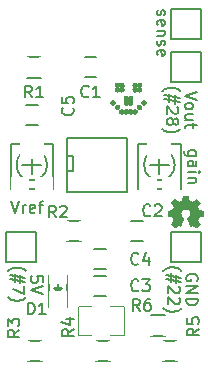
<source format=gto>
G04 #@! TF.FileFunction,Legend,Top*
%FSLAX46Y46*%
G04 Gerber Fmt 4.6, Leading zero omitted, Abs format (unit mm)*
G04 Created by KiCad (PCBNEW (2015-10-21 BZR 6273, Git ad10218)-product) date Sat 24 Oct 2015 11:21:38 PM CEST*
%MOMM*%
G01*
G04 APERTURE LIST*
%ADD10C,0.100000*%
%ADD11C,0.150000*%
%ADD12C,0.200000*%
%ADD13C,0.002540*%
%ADD14R,1.900000X1.650000*%
%ADD15R,1.400000X2.400000*%
%ADD16R,1.600000X2.600000*%
%ADD17R,2.050000X2.050000*%
%ADD18R,1.900000X1.700000*%
%ADD19R,1.598880X1.598880*%
%ADD20R,2.000200X1.901140*%
%ADD21R,0.908000X1.543000*%
G04 APERTURE END LIST*
D10*
D11*
X176942857Y-40552381D02*
X177276190Y-41552381D01*
X177609524Y-40552381D01*
X177942857Y-41552381D02*
X177942857Y-40885714D01*
X177942857Y-41076190D02*
X177990476Y-40980952D01*
X178038095Y-40933333D01*
X178133333Y-40885714D01*
X178228572Y-40885714D01*
X178942858Y-41504762D02*
X178847620Y-41552381D01*
X178657143Y-41552381D01*
X178561905Y-41504762D01*
X178514286Y-41409524D01*
X178514286Y-41028571D01*
X178561905Y-40933333D01*
X178657143Y-40885714D01*
X178847620Y-40885714D01*
X178942858Y-40933333D01*
X178990477Y-41028571D01*
X178990477Y-41123810D01*
X178514286Y-41219048D01*
X179276191Y-40885714D02*
X179657143Y-40885714D01*
X179419048Y-41552381D02*
X179419048Y-40695238D01*
X179466667Y-40600000D01*
X179561905Y-40552381D01*
X179657143Y-40552381D01*
X192614286Y-36721429D02*
X191804762Y-36721429D01*
X191709524Y-36673810D01*
X191661905Y-36626191D01*
X191614286Y-36530952D01*
X191614286Y-36388095D01*
X191661905Y-36292857D01*
X191995238Y-36721429D02*
X191947619Y-36626191D01*
X191947619Y-36435714D01*
X191995238Y-36340476D01*
X192042857Y-36292857D01*
X192138095Y-36245238D01*
X192423810Y-36245238D01*
X192519048Y-36292857D01*
X192566667Y-36340476D01*
X192614286Y-36435714D01*
X192614286Y-36626191D01*
X192566667Y-36721429D01*
X191947619Y-37626191D02*
X192471429Y-37626191D01*
X192566667Y-37578572D01*
X192614286Y-37483334D01*
X192614286Y-37292857D01*
X192566667Y-37197619D01*
X191995238Y-37626191D02*
X191947619Y-37530953D01*
X191947619Y-37292857D01*
X191995238Y-37197619D01*
X192090476Y-37150000D01*
X192185714Y-37150000D01*
X192280952Y-37197619D01*
X192328571Y-37292857D01*
X192328571Y-37530953D01*
X192376190Y-37626191D01*
X191947619Y-38102381D02*
X192614286Y-38102381D01*
X192947619Y-38102381D02*
X192900000Y-38054762D01*
X192852381Y-38102381D01*
X192900000Y-38150000D01*
X192947619Y-38102381D01*
X192852381Y-38102381D01*
X192614286Y-38578571D02*
X191947619Y-38578571D01*
X192519048Y-38578571D02*
X192566667Y-38626190D01*
X192614286Y-38721428D01*
X192614286Y-38864286D01*
X192566667Y-38959524D01*
X192471429Y-39007143D01*
X191947619Y-39007143D01*
X192672619Y-31326190D02*
X191672619Y-31659523D01*
X192672619Y-31992857D01*
X191672619Y-32469047D02*
X191720238Y-32373809D01*
X191767857Y-32326190D01*
X191863095Y-32278571D01*
X192148810Y-32278571D01*
X192244048Y-32326190D01*
X192291667Y-32373809D01*
X192339286Y-32469047D01*
X192339286Y-32611905D01*
X192291667Y-32707143D01*
X192244048Y-32754762D01*
X192148810Y-32802381D01*
X191863095Y-32802381D01*
X191767857Y-32754762D01*
X191720238Y-32707143D01*
X191672619Y-32611905D01*
X191672619Y-32469047D01*
X192339286Y-33659524D02*
X191672619Y-33659524D01*
X192339286Y-33230952D02*
X191815476Y-33230952D01*
X191720238Y-33278571D01*
X191672619Y-33373809D01*
X191672619Y-33516667D01*
X191720238Y-33611905D01*
X191767857Y-33659524D01*
X192339286Y-33992857D02*
X192339286Y-34373809D01*
X192672619Y-34135714D02*
X191815476Y-34135714D01*
X191720238Y-34183333D01*
X191672619Y-34278571D01*
X191672619Y-34373809D01*
X189741667Y-31254762D02*
X189789286Y-31207142D01*
X189932143Y-31111904D01*
X190027381Y-31064285D01*
X190170238Y-31016666D01*
X190408333Y-30969047D01*
X190598810Y-30969047D01*
X190836905Y-31016666D01*
X190979762Y-31064285D01*
X191075000Y-31111904D01*
X191217857Y-31207142D01*
X191265476Y-31254762D01*
X190789286Y-31588095D02*
X190789286Y-32302381D01*
X191217857Y-31873809D02*
X189932143Y-31588095D01*
X190360714Y-32207143D02*
X190360714Y-31492857D01*
X189932143Y-31921429D02*
X191217857Y-32207143D01*
X191027381Y-32588095D02*
X191075000Y-32635714D01*
X191122619Y-32730952D01*
X191122619Y-32969048D01*
X191075000Y-33064286D01*
X191027381Y-33111905D01*
X190932143Y-33159524D01*
X190836905Y-33159524D01*
X190694048Y-33111905D01*
X190122619Y-32540476D01*
X190122619Y-33159524D01*
X190694048Y-33730952D02*
X190741667Y-33635714D01*
X190789286Y-33588095D01*
X190884524Y-33540476D01*
X190932143Y-33540476D01*
X191027381Y-33588095D01*
X191075000Y-33635714D01*
X191122619Y-33730952D01*
X191122619Y-33921429D01*
X191075000Y-34016667D01*
X191027381Y-34064286D01*
X190932143Y-34111905D01*
X190884524Y-34111905D01*
X190789286Y-34064286D01*
X190741667Y-34016667D01*
X190694048Y-33921429D01*
X190694048Y-33730952D01*
X190646429Y-33635714D01*
X190598810Y-33588095D01*
X190503571Y-33540476D01*
X190313095Y-33540476D01*
X190217857Y-33588095D01*
X190170238Y-33635714D01*
X190122619Y-33730952D01*
X190122619Y-33921429D01*
X190170238Y-34016667D01*
X190217857Y-34064286D01*
X190313095Y-34111905D01*
X190503571Y-34111905D01*
X190598810Y-34064286D01*
X190646429Y-34016667D01*
X190694048Y-33921429D01*
X189741667Y-34445238D02*
X189789286Y-34492857D01*
X189932143Y-34588095D01*
X190027381Y-34635714D01*
X190170238Y-34683333D01*
X190408333Y-34730952D01*
X190598810Y-34730952D01*
X190836905Y-34683333D01*
X190979762Y-34635714D01*
X191075000Y-34588095D01*
X191217857Y-34492857D01*
X191265476Y-34445238D01*
X192725000Y-47288096D02*
X192772619Y-47192858D01*
X192772619Y-47050001D01*
X192725000Y-46907143D01*
X192629762Y-46811905D01*
X192534524Y-46764286D01*
X192344048Y-46716667D01*
X192201190Y-46716667D01*
X192010714Y-46764286D01*
X191915476Y-46811905D01*
X191820238Y-46907143D01*
X191772619Y-47050001D01*
X191772619Y-47145239D01*
X191820238Y-47288096D01*
X191867857Y-47335715D01*
X192201190Y-47335715D01*
X192201190Y-47145239D01*
X191772619Y-47764286D02*
X192772619Y-47764286D01*
X191772619Y-48335715D01*
X192772619Y-48335715D01*
X191772619Y-48811905D02*
X192772619Y-48811905D01*
X192772619Y-49050000D01*
X192725000Y-49192858D01*
X192629762Y-49288096D01*
X192534524Y-49335715D01*
X192344048Y-49383334D01*
X192201190Y-49383334D01*
X192010714Y-49335715D01*
X191915476Y-49288096D01*
X191820238Y-49192858D01*
X191772619Y-49050000D01*
X191772619Y-48811905D01*
X189841667Y-46454762D02*
X189889286Y-46407142D01*
X190032143Y-46311904D01*
X190127381Y-46264285D01*
X190270238Y-46216666D01*
X190508333Y-46169047D01*
X190698810Y-46169047D01*
X190936905Y-46216666D01*
X191079762Y-46264285D01*
X191175000Y-46311904D01*
X191317857Y-46407142D01*
X191365476Y-46454762D01*
X190889286Y-46788095D02*
X190889286Y-47502381D01*
X191317857Y-47073809D02*
X190032143Y-46788095D01*
X190460714Y-47407143D02*
X190460714Y-46692857D01*
X190032143Y-47121429D02*
X191317857Y-47407143D01*
X191127381Y-47788095D02*
X191175000Y-47835714D01*
X191222619Y-47930952D01*
X191222619Y-48169048D01*
X191175000Y-48264286D01*
X191127381Y-48311905D01*
X191032143Y-48359524D01*
X190936905Y-48359524D01*
X190794048Y-48311905D01*
X190222619Y-47740476D01*
X190222619Y-48359524D01*
X191127381Y-48740476D02*
X191175000Y-48788095D01*
X191222619Y-48883333D01*
X191222619Y-49121429D01*
X191175000Y-49216667D01*
X191127381Y-49264286D01*
X191032143Y-49311905D01*
X190936905Y-49311905D01*
X190794048Y-49264286D01*
X190222619Y-48692857D01*
X190222619Y-49311905D01*
X189841667Y-49645238D02*
X189889286Y-49692857D01*
X190032143Y-49788095D01*
X190127381Y-49835714D01*
X190270238Y-49883333D01*
X190508333Y-49930952D01*
X190698810Y-49930952D01*
X190936905Y-49883333D01*
X191079762Y-49835714D01*
X191175000Y-49788095D01*
X191317857Y-49692857D01*
X191365476Y-49645238D01*
X179622619Y-47409524D02*
X179622619Y-46933333D01*
X179146429Y-46885714D01*
X179194048Y-46933333D01*
X179241667Y-47028571D01*
X179241667Y-47266667D01*
X179194048Y-47361905D01*
X179146429Y-47409524D01*
X179051190Y-47457143D01*
X178813095Y-47457143D01*
X178717857Y-47409524D01*
X178670238Y-47361905D01*
X178622619Y-47266667D01*
X178622619Y-47028571D01*
X178670238Y-46933333D01*
X178717857Y-46885714D01*
X179622619Y-47742857D02*
X178622619Y-48076190D01*
X179622619Y-48409524D01*
X176691667Y-46480953D02*
X176739286Y-46433333D01*
X176882143Y-46338095D01*
X176977381Y-46290476D01*
X177120238Y-46242857D01*
X177358333Y-46195238D01*
X177548810Y-46195238D01*
X177786905Y-46242857D01*
X177929762Y-46290476D01*
X178025000Y-46338095D01*
X178167857Y-46433333D01*
X178215476Y-46480953D01*
X177739286Y-46814286D02*
X177739286Y-47528572D01*
X178167857Y-47100000D02*
X176882143Y-46814286D01*
X177310714Y-47433334D02*
X177310714Y-46719048D01*
X176882143Y-47147620D02*
X178167857Y-47433334D01*
X178072619Y-47766667D02*
X178072619Y-48433334D01*
X177072619Y-48004762D01*
X176691667Y-48719048D02*
X176739286Y-48766667D01*
X176882143Y-48861905D01*
X176977381Y-48909524D01*
X177120238Y-48957143D01*
X177358333Y-49004762D01*
X177548810Y-49004762D01*
X177786905Y-48957143D01*
X177929762Y-48909524D01*
X178025000Y-48861905D01*
X178167857Y-48766667D01*
X178215476Y-48719048D01*
X189345238Y-24421428D02*
X189297619Y-24516666D01*
X189297619Y-24707142D01*
X189345238Y-24802381D01*
X189440476Y-24850000D01*
X189488095Y-24850000D01*
X189583333Y-24802381D01*
X189630952Y-24707142D01*
X189630952Y-24564285D01*
X189678571Y-24469047D01*
X189773810Y-24421428D01*
X189821429Y-24421428D01*
X189916667Y-24469047D01*
X189964286Y-24564285D01*
X189964286Y-24707142D01*
X189916667Y-24802381D01*
X189345238Y-25659524D02*
X189297619Y-25564286D01*
X189297619Y-25373809D01*
X189345238Y-25278571D01*
X189440476Y-25230952D01*
X189821429Y-25230952D01*
X189916667Y-25278571D01*
X189964286Y-25373809D01*
X189964286Y-25564286D01*
X189916667Y-25659524D01*
X189821429Y-25707143D01*
X189726190Y-25707143D01*
X189630952Y-25230952D01*
X189964286Y-26135714D02*
X189297619Y-26135714D01*
X189869048Y-26135714D02*
X189916667Y-26183333D01*
X189964286Y-26278571D01*
X189964286Y-26421429D01*
X189916667Y-26516667D01*
X189821429Y-26564286D01*
X189297619Y-26564286D01*
X189345238Y-26992857D02*
X189297619Y-27088095D01*
X189297619Y-27278571D01*
X189345238Y-27373810D01*
X189440476Y-27421429D01*
X189488095Y-27421429D01*
X189583333Y-27373810D01*
X189630952Y-27278571D01*
X189630952Y-27135714D01*
X189678571Y-27040476D01*
X189773810Y-26992857D01*
X189821429Y-26992857D01*
X189916667Y-27040476D01*
X189964286Y-27135714D01*
X189964286Y-27278571D01*
X189916667Y-27373810D01*
X189345238Y-28230953D02*
X189297619Y-28135715D01*
X189297619Y-27945238D01*
X189345238Y-27850000D01*
X189440476Y-27802381D01*
X189821429Y-27802381D01*
X189916667Y-27850000D01*
X189964286Y-27945238D01*
X189964286Y-28135715D01*
X189916667Y-28230953D01*
X189821429Y-28278572D01*
X189726190Y-28278572D01*
X189630952Y-27802381D01*
X183176174Y-30083456D02*
X184176174Y-30083456D01*
X184176174Y-28383456D02*
X183176174Y-28383456D01*
X188100000Y-42250000D02*
X187100000Y-42250000D01*
X187100000Y-43950000D02*
X188100000Y-43950000D01*
X185000000Y-46900000D02*
X184000000Y-46900000D01*
X184000000Y-48600000D02*
X185000000Y-48600000D01*
X185000000Y-44650000D02*
X184000000Y-44650000D01*
X184000000Y-46350000D02*
X185000000Y-46350000D01*
X178200000Y-34150000D02*
X179200000Y-34150000D01*
X179200000Y-32450000D02*
X178200000Y-32450000D01*
D12*
X186500000Y-51900000D02*
X182700000Y-51900000D01*
X182700000Y-51900000D02*
X182700000Y-49500000D01*
X182700000Y-49500000D02*
X186500000Y-49500000D01*
X186500000Y-49500000D02*
X186500000Y-51900000D01*
X190500000Y-26870000D02*
X193040000Y-26870000D01*
X190500000Y-24330000D02*
X193040000Y-24330000D01*
X193040000Y-24330000D02*
X193040000Y-26870000D01*
X190500000Y-26870000D02*
X190500000Y-24330000D01*
X190500000Y-30480000D02*
X193040000Y-30480000D01*
X190500000Y-27940000D02*
X193040000Y-27940000D01*
X193040000Y-27940000D02*
X193040000Y-30480000D01*
X190500000Y-30480000D02*
X190500000Y-27940000D01*
X176530000Y-45720000D02*
X179070000Y-45720000D01*
X176530000Y-43180000D02*
X179070000Y-43180000D01*
X179070000Y-43180000D02*
X179070000Y-45720000D01*
X176530000Y-45720000D02*
X176530000Y-43180000D01*
X190500000Y-45720000D02*
X193040000Y-45720000D01*
X190500000Y-43180000D02*
X193040000Y-43180000D01*
X193040000Y-43180000D02*
X193040000Y-45720000D01*
X190500000Y-45720000D02*
X190500000Y-43180000D01*
D11*
X178276174Y-28358456D02*
X179476174Y-28358456D01*
X179476174Y-30108456D02*
X178276174Y-30108456D01*
X181700000Y-42225000D02*
X182900000Y-42225000D01*
X182900000Y-43975000D02*
X181700000Y-43975000D01*
X179600000Y-54125000D02*
X178400000Y-54125000D01*
X178400000Y-52375000D02*
X179600000Y-52375000D01*
X185300000Y-54125000D02*
X184100000Y-54125000D01*
X184100000Y-52375000D02*
X185300000Y-52375000D01*
X191000000Y-54125000D02*
X189800000Y-54125000D01*
X189800000Y-52375000D02*
X191000000Y-52375000D01*
D12*
X177899900Y-37500000D02*
X179500100Y-37500000D01*
X178700000Y-36699900D02*
X178700000Y-38300100D01*
X179997403Y-37500000D02*
G75*
G03X179997403Y-37500000I-1297403J0D01*
G01*
X178700000Y-35749940D02*
X180500860Y-35749940D01*
X180500860Y-35749940D02*
X180500860Y-39498980D01*
X180500860Y-39498980D02*
X176899140Y-39498980D01*
X176899140Y-39498980D02*
X176899140Y-35749940D01*
X176899140Y-35749940D02*
X178700000Y-35749940D01*
D11*
X181660000Y-35214000D02*
X186740000Y-35214000D01*
X186740000Y-35214000D02*
X186740000Y-39786000D01*
X186740000Y-39786000D02*
X181660000Y-39786000D01*
X181660000Y-39786000D02*
X181660000Y-35214000D01*
X181660000Y-36738000D02*
X182168000Y-36738000D01*
X182168000Y-36738000D02*
X182168000Y-38008000D01*
X182168000Y-38008000D02*
X181660000Y-38008000D01*
D12*
X188699900Y-37500000D02*
X190300100Y-37500000D01*
X189500000Y-36699900D02*
X189500000Y-38300100D01*
X190797403Y-37500000D02*
G75*
G03X190797403Y-37500000I-1297403J0D01*
G01*
X189500000Y-35749940D02*
X191300860Y-35749940D01*
X191300860Y-35749940D02*
X191300860Y-39498980D01*
X191300860Y-39498980D02*
X187699140Y-39498980D01*
X187699140Y-39498980D02*
X187699140Y-35749940D01*
X187699140Y-35749940D02*
X189500000Y-35749940D01*
D13*
G36*
X187416420Y-33160640D02*
X187454520Y-33155560D01*
X187487540Y-33145400D01*
X187502780Y-33137780D01*
X187535800Y-33114920D01*
X187561200Y-33086980D01*
X187578980Y-33056500D01*
X187591680Y-33020940D01*
X187599300Y-32985380D01*
X187596760Y-32947280D01*
X187589140Y-32911720D01*
X187571360Y-32876160D01*
X187561200Y-32860920D01*
X187545960Y-32843140D01*
X187528180Y-32827900D01*
X187512940Y-32815200D01*
X187507860Y-32812660D01*
X187474840Y-32797420D01*
X187441820Y-32789800D01*
X187403720Y-32787260D01*
X187391020Y-32787260D01*
X187370700Y-32789800D01*
X187352920Y-32794880D01*
X187332600Y-32805040D01*
X187309740Y-32815200D01*
X187279260Y-32840600D01*
X187256400Y-32871080D01*
X187236080Y-32904100D01*
X187231000Y-32919340D01*
X187225920Y-32939660D01*
X187223380Y-32952360D01*
X187223380Y-32954900D01*
X187223380Y-32954900D01*
X187223380Y-32947280D01*
X187223380Y-32947280D01*
X187215760Y-32921880D01*
X187208140Y-32899020D01*
X187195440Y-32876160D01*
X187175120Y-32848220D01*
X187147180Y-32822820D01*
X187114160Y-32802500D01*
X187076060Y-32789800D01*
X187037960Y-32787260D01*
X187027800Y-32787260D01*
X186997320Y-32789800D01*
X186969380Y-32797420D01*
X186964300Y-32799960D01*
X186931280Y-32817740D01*
X186903340Y-32840600D01*
X186880480Y-32871080D01*
X186862700Y-32901560D01*
X186852540Y-32934580D01*
X186852540Y-32937120D01*
X186850000Y-32944740D01*
X186850000Y-32949820D01*
X186850000Y-32949820D01*
X186850000Y-32944740D01*
X186847460Y-32934580D01*
X186847460Y-32932040D01*
X186834760Y-32899020D01*
X186816980Y-32866000D01*
X186794120Y-32838060D01*
X186771260Y-32820280D01*
X186738240Y-32802500D01*
X186702680Y-32789800D01*
X186662040Y-32787260D01*
X186634100Y-32789800D01*
X186598540Y-32797420D01*
X186562980Y-32815200D01*
X186532500Y-32838060D01*
X186509640Y-32868540D01*
X186504560Y-32873620D01*
X186496940Y-32886320D01*
X186491860Y-32899020D01*
X186489320Y-32906640D01*
X186481700Y-32924420D01*
X186479160Y-32939660D01*
X186476620Y-32952360D01*
X186476620Y-32954900D01*
X186476620Y-32954900D01*
X186474080Y-32947280D01*
X186471540Y-32926960D01*
X186461380Y-32901560D01*
X186451220Y-32878700D01*
X186428360Y-32848220D01*
X186397880Y-32822820D01*
X186364860Y-32802500D01*
X186329300Y-32789800D01*
X186291200Y-32787260D01*
X186255640Y-32789800D01*
X186217540Y-32799960D01*
X186184520Y-32817740D01*
X186154040Y-32843140D01*
X186138800Y-32860920D01*
X186126100Y-32881240D01*
X186113400Y-32904100D01*
X186108320Y-32924420D01*
X186100700Y-32962520D01*
X186103240Y-32998080D01*
X186110860Y-33033640D01*
X186126100Y-33066660D01*
X186146420Y-33094600D01*
X186171820Y-33120000D01*
X186202300Y-33140320D01*
X186235320Y-33153020D01*
X186273420Y-33160640D01*
X186278500Y-33160640D01*
X186316600Y-33160640D01*
X186352160Y-33150480D01*
X186385180Y-33135240D01*
X186397880Y-33125080D01*
X186423280Y-33104760D01*
X186446140Y-33076820D01*
X186461380Y-33048880D01*
X186463920Y-33038720D01*
X186469000Y-33023480D01*
X186474080Y-33005700D01*
X186476620Y-32993000D01*
X186476620Y-32985380D01*
X186476620Y-32993000D01*
X186476620Y-33000620D01*
X186481700Y-33015860D01*
X186486780Y-33036180D01*
X186491860Y-33051420D01*
X186502020Y-33069200D01*
X186524880Y-33099680D01*
X186552820Y-33125080D01*
X186585840Y-33145400D01*
X186623940Y-33158100D01*
X186629020Y-33158100D01*
X186654420Y-33160640D01*
X186682360Y-33160640D01*
X186707760Y-33155560D01*
X186733160Y-33147940D01*
X186766180Y-33130160D01*
X186799200Y-33104760D01*
X186799200Y-33102220D01*
X186822060Y-33076820D01*
X186837300Y-33043800D01*
X186847460Y-33013320D01*
X186847460Y-33010780D01*
X186850000Y-33003160D01*
X186850000Y-32998080D01*
X186850000Y-33000620D01*
X186852540Y-33008240D01*
X186852540Y-33010780D01*
X186857620Y-33031100D01*
X186865240Y-33051420D01*
X186877940Y-33071740D01*
X186893180Y-33094600D01*
X186921120Y-33122540D01*
X186954140Y-33142860D01*
X186992240Y-33155560D01*
X186997320Y-33158100D01*
X187022720Y-33160640D01*
X187050660Y-33160640D01*
X187076060Y-33158100D01*
X187096380Y-33150480D01*
X187131940Y-33135240D01*
X187162420Y-33112380D01*
X187187820Y-33084440D01*
X187208140Y-33051420D01*
X187210680Y-33041260D01*
X187218300Y-33023480D01*
X187220840Y-33005700D01*
X187223380Y-32993000D01*
X187223380Y-32993000D01*
X187223380Y-32993000D01*
X187225920Y-33000620D01*
X187225920Y-33000620D01*
X187231000Y-33023480D01*
X187241160Y-33048880D01*
X187251320Y-33071740D01*
X187256400Y-33079360D01*
X187279260Y-33107300D01*
X187309740Y-33130160D01*
X187342760Y-33147940D01*
X187378320Y-33158100D01*
X187416420Y-33160640D01*
X187416420Y-33160640D01*
G37*
X187416420Y-33160640D02*
X187454520Y-33155560D01*
X187487540Y-33145400D01*
X187502780Y-33137780D01*
X187535800Y-33114920D01*
X187561200Y-33086980D01*
X187578980Y-33056500D01*
X187591680Y-33020940D01*
X187599300Y-32985380D01*
X187596760Y-32947280D01*
X187589140Y-32911720D01*
X187571360Y-32876160D01*
X187561200Y-32860920D01*
X187545960Y-32843140D01*
X187528180Y-32827900D01*
X187512940Y-32815200D01*
X187507860Y-32812660D01*
X187474840Y-32797420D01*
X187441820Y-32789800D01*
X187403720Y-32787260D01*
X187391020Y-32787260D01*
X187370700Y-32789800D01*
X187352920Y-32794880D01*
X187332600Y-32805040D01*
X187309740Y-32815200D01*
X187279260Y-32840600D01*
X187256400Y-32871080D01*
X187236080Y-32904100D01*
X187231000Y-32919340D01*
X187225920Y-32939660D01*
X187223380Y-32952360D01*
X187223380Y-32954900D01*
X187223380Y-32954900D01*
X187223380Y-32947280D01*
X187223380Y-32947280D01*
X187215760Y-32921880D01*
X187208140Y-32899020D01*
X187195440Y-32876160D01*
X187175120Y-32848220D01*
X187147180Y-32822820D01*
X187114160Y-32802500D01*
X187076060Y-32789800D01*
X187037960Y-32787260D01*
X187027800Y-32787260D01*
X186997320Y-32789800D01*
X186969380Y-32797420D01*
X186964300Y-32799960D01*
X186931280Y-32817740D01*
X186903340Y-32840600D01*
X186880480Y-32871080D01*
X186862700Y-32901560D01*
X186852540Y-32934580D01*
X186852540Y-32937120D01*
X186850000Y-32944740D01*
X186850000Y-32949820D01*
X186850000Y-32949820D01*
X186850000Y-32944740D01*
X186847460Y-32934580D01*
X186847460Y-32932040D01*
X186834760Y-32899020D01*
X186816980Y-32866000D01*
X186794120Y-32838060D01*
X186771260Y-32820280D01*
X186738240Y-32802500D01*
X186702680Y-32789800D01*
X186662040Y-32787260D01*
X186634100Y-32789800D01*
X186598540Y-32797420D01*
X186562980Y-32815200D01*
X186532500Y-32838060D01*
X186509640Y-32868540D01*
X186504560Y-32873620D01*
X186496940Y-32886320D01*
X186491860Y-32899020D01*
X186489320Y-32906640D01*
X186481700Y-32924420D01*
X186479160Y-32939660D01*
X186476620Y-32952360D01*
X186476620Y-32954900D01*
X186476620Y-32954900D01*
X186474080Y-32947280D01*
X186471540Y-32926960D01*
X186461380Y-32901560D01*
X186451220Y-32878700D01*
X186428360Y-32848220D01*
X186397880Y-32822820D01*
X186364860Y-32802500D01*
X186329300Y-32789800D01*
X186291200Y-32787260D01*
X186255640Y-32789800D01*
X186217540Y-32799960D01*
X186184520Y-32817740D01*
X186154040Y-32843140D01*
X186138800Y-32860920D01*
X186126100Y-32881240D01*
X186113400Y-32904100D01*
X186108320Y-32924420D01*
X186100700Y-32962520D01*
X186103240Y-32998080D01*
X186110860Y-33033640D01*
X186126100Y-33066660D01*
X186146420Y-33094600D01*
X186171820Y-33120000D01*
X186202300Y-33140320D01*
X186235320Y-33153020D01*
X186273420Y-33160640D01*
X186278500Y-33160640D01*
X186316600Y-33160640D01*
X186352160Y-33150480D01*
X186385180Y-33135240D01*
X186397880Y-33125080D01*
X186423280Y-33104760D01*
X186446140Y-33076820D01*
X186461380Y-33048880D01*
X186463920Y-33038720D01*
X186469000Y-33023480D01*
X186474080Y-33005700D01*
X186476620Y-32993000D01*
X186476620Y-32985380D01*
X186476620Y-32993000D01*
X186476620Y-33000620D01*
X186481700Y-33015860D01*
X186486780Y-33036180D01*
X186491860Y-33051420D01*
X186502020Y-33069200D01*
X186524880Y-33099680D01*
X186552820Y-33125080D01*
X186585840Y-33145400D01*
X186623940Y-33158100D01*
X186629020Y-33158100D01*
X186654420Y-33160640D01*
X186682360Y-33160640D01*
X186707760Y-33155560D01*
X186733160Y-33147940D01*
X186766180Y-33130160D01*
X186799200Y-33104760D01*
X186799200Y-33102220D01*
X186822060Y-33076820D01*
X186837300Y-33043800D01*
X186847460Y-33013320D01*
X186847460Y-33010780D01*
X186850000Y-33003160D01*
X186850000Y-32998080D01*
X186850000Y-33000620D01*
X186852540Y-33008240D01*
X186852540Y-33010780D01*
X186857620Y-33031100D01*
X186865240Y-33051420D01*
X186877940Y-33071740D01*
X186893180Y-33094600D01*
X186921120Y-33122540D01*
X186954140Y-33142860D01*
X186992240Y-33155560D01*
X186997320Y-33158100D01*
X187022720Y-33160640D01*
X187050660Y-33160640D01*
X187076060Y-33158100D01*
X187096380Y-33150480D01*
X187131940Y-33135240D01*
X187162420Y-33112380D01*
X187187820Y-33084440D01*
X187208140Y-33051420D01*
X187210680Y-33041260D01*
X187218300Y-33023480D01*
X187220840Y-33005700D01*
X187223380Y-32993000D01*
X187223380Y-32993000D01*
X187223380Y-32993000D01*
X187225920Y-33000620D01*
X187225920Y-33000620D01*
X187231000Y-33023480D01*
X187241160Y-33048880D01*
X187251320Y-33071740D01*
X187256400Y-33079360D01*
X187279260Y-33107300D01*
X187309740Y-33130160D01*
X187342760Y-33147940D01*
X187378320Y-33158100D01*
X187416420Y-33160640D01*
G36*
X185902580Y-32787260D02*
X185925440Y-32784720D01*
X185945760Y-32784720D01*
X185971160Y-32777100D01*
X186006720Y-32761860D01*
X186037200Y-32739000D01*
X186062600Y-32711060D01*
X186082920Y-32678040D01*
X186095620Y-32642480D01*
X186100700Y-32604380D01*
X186098160Y-32566280D01*
X186088000Y-32530720D01*
X186072760Y-32497700D01*
X186047360Y-32467220D01*
X186016880Y-32441820D01*
X186009260Y-32436740D01*
X185971160Y-32421500D01*
X185935600Y-32411340D01*
X185894960Y-32411340D01*
X185856860Y-32418960D01*
X185826380Y-32431660D01*
X185793360Y-32454520D01*
X185767960Y-32482460D01*
X185745100Y-32515480D01*
X185732400Y-32553580D01*
X185727320Y-32571360D01*
X185727320Y-32596760D01*
X185727320Y-32619620D01*
X185729860Y-32639940D01*
X185732400Y-32647560D01*
X185747640Y-32685660D01*
X185767960Y-32718680D01*
X185798440Y-32746620D01*
X185831460Y-32766940D01*
X185846700Y-32774560D01*
X185869560Y-32782180D01*
X185889880Y-32784720D01*
X185902580Y-32787260D01*
X185902580Y-32787260D01*
G37*
X185902580Y-32787260D02*
X185925440Y-32784720D01*
X185945760Y-32784720D01*
X185971160Y-32777100D01*
X186006720Y-32761860D01*
X186037200Y-32739000D01*
X186062600Y-32711060D01*
X186082920Y-32678040D01*
X186095620Y-32642480D01*
X186100700Y-32604380D01*
X186098160Y-32566280D01*
X186088000Y-32530720D01*
X186072760Y-32497700D01*
X186047360Y-32467220D01*
X186016880Y-32441820D01*
X186009260Y-32436740D01*
X185971160Y-32421500D01*
X185935600Y-32411340D01*
X185894960Y-32411340D01*
X185856860Y-32418960D01*
X185826380Y-32431660D01*
X185793360Y-32454520D01*
X185767960Y-32482460D01*
X185745100Y-32515480D01*
X185732400Y-32553580D01*
X185727320Y-32571360D01*
X185727320Y-32596760D01*
X185727320Y-32619620D01*
X185729860Y-32639940D01*
X185732400Y-32647560D01*
X185747640Y-32685660D01*
X185767960Y-32718680D01*
X185798440Y-32746620D01*
X185831460Y-32766940D01*
X185846700Y-32774560D01*
X185869560Y-32782180D01*
X185889880Y-32784720D01*
X185902580Y-32787260D01*
G36*
X187789800Y-32787260D02*
X187827900Y-32782180D01*
X187866000Y-32769480D01*
X187901560Y-32746620D01*
X187909180Y-32741540D01*
X187934580Y-32713600D01*
X187954900Y-32680580D01*
X187967600Y-32645020D01*
X187972680Y-32624700D01*
X187972680Y-32601840D01*
X187972680Y-32576440D01*
X187970140Y-32558660D01*
X187967600Y-32548500D01*
X187952360Y-32510400D01*
X187932040Y-32479920D01*
X187904100Y-32451980D01*
X187871080Y-32431660D01*
X187835520Y-32418960D01*
X187797420Y-32411340D01*
X187782180Y-32411340D01*
X187744080Y-32416420D01*
X187708520Y-32426580D01*
X187678040Y-32446900D01*
X187650100Y-32469760D01*
X187627240Y-32500240D01*
X187612000Y-32533260D01*
X187601840Y-32568820D01*
X187599300Y-32606920D01*
X187601840Y-32629780D01*
X187606920Y-32650100D01*
X187614540Y-32672960D01*
X187629780Y-32700900D01*
X187652640Y-32731380D01*
X187683120Y-32754240D01*
X187716140Y-32772020D01*
X187751700Y-32782180D01*
X187789800Y-32787260D01*
X187789800Y-32787260D01*
G37*
X187789800Y-32787260D02*
X187827900Y-32782180D01*
X187866000Y-32769480D01*
X187901560Y-32746620D01*
X187909180Y-32741540D01*
X187934580Y-32713600D01*
X187954900Y-32680580D01*
X187967600Y-32645020D01*
X187972680Y-32624700D01*
X187972680Y-32601840D01*
X187972680Y-32576440D01*
X187970140Y-32558660D01*
X187967600Y-32548500D01*
X187952360Y-32510400D01*
X187932040Y-32479920D01*
X187904100Y-32451980D01*
X187871080Y-32431660D01*
X187835520Y-32418960D01*
X187797420Y-32411340D01*
X187782180Y-32411340D01*
X187744080Y-32416420D01*
X187708520Y-32426580D01*
X187678040Y-32446900D01*
X187650100Y-32469760D01*
X187627240Y-32500240D01*
X187612000Y-32533260D01*
X187601840Y-32568820D01*
X187599300Y-32606920D01*
X187601840Y-32629780D01*
X187606920Y-32650100D01*
X187614540Y-32672960D01*
X187629780Y-32700900D01*
X187652640Y-32731380D01*
X187683120Y-32754240D01*
X187716140Y-32772020D01*
X187751700Y-32782180D01*
X187789800Y-32787260D01*
G36*
X185529200Y-32411340D02*
X185554600Y-32411340D01*
X185577460Y-32406260D01*
X185605400Y-32398640D01*
X185638420Y-32380860D01*
X185671440Y-32355460D01*
X185691760Y-32332600D01*
X185709540Y-32299580D01*
X185722240Y-32264020D01*
X185724780Y-32248780D01*
X185724780Y-32225920D01*
X185724780Y-32203060D01*
X185722240Y-32185280D01*
X185719700Y-32172580D01*
X185704460Y-32137020D01*
X185684140Y-32104000D01*
X185656200Y-32076060D01*
X185620640Y-32055740D01*
X185607940Y-32050660D01*
X185585080Y-32040500D01*
X185559680Y-32037960D01*
X185531740Y-32037960D01*
X185513960Y-32037960D01*
X185493640Y-32040500D01*
X185475860Y-32045580D01*
X185455540Y-32055740D01*
X185442840Y-32063360D01*
X185412360Y-32086220D01*
X185386960Y-32114160D01*
X185366640Y-32149720D01*
X185353940Y-32187820D01*
X185353940Y-32195440D01*
X185351400Y-32218300D01*
X185351400Y-32241160D01*
X185353940Y-32261480D01*
X185356480Y-32274180D01*
X185371720Y-32309740D01*
X185394580Y-32342760D01*
X185419980Y-32370700D01*
X185455540Y-32391020D01*
X185491100Y-32406260D01*
X185503800Y-32408800D01*
X185529200Y-32411340D01*
X185529200Y-32411340D01*
G37*
X185529200Y-32411340D02*
X185554600Y-32411340D01*
X185577460Y-32406260D01*
X185605400Y-32398640D01*
X185638420Y-32380860D01*
X185671440Y-32355460D01*
X185691760Y-32332600D01*
X185709540Y-32299580D01*
X185722240Y-32264020D01*
X185724780Y-32248780D01*
X185724780Y-32225920D01*
X185724780Y-32203060D01*
X185722240Y-32185280D01*
X185719700Y-32172580D01*
X185704460Y-32137020D01*
X185684140Y-32104000D01*
X185656200Y-32076060D01*
X185620640Y-32055740D01*
X185607940Y-32050660D01*
X185585080Y-32040500D01*
X185559680Y-32037960D01*
X185531740Y-32037960D01*
X185513960Y-32037960D01*
X185493640Y-32040500D01*
X185475860Y-32045580D01*
X185455540Y-32055740D01*
X185442840Y-32063360D01*
X185412360Y-32086220D01*
X185386960Y-32114160D01*
X185366640Y-32149720D01*
X185353940Y-32187820D01*
X185353940Y-32195440D01*
X185351400Y-32218300D01*
X185351400Y-32241160D01*
X185353940Y-32261480D01*
X185356480Y-32274180D01*
X185371720Y-32309740D01*
X185394580Y-32342760D01*
X185419980Y-32370700D01*
X185455540Y-32391020D01*
X185491100Y-32406260D01*
X185503800Y-32408800D01*
X185529200Y-32411340D01*
G36*
X187032880Y-32411340D02*
X187068440Y-32408800D01*
X187104000Y-32398640D01*
X187126860Y-32388480D01*
X187157340Y-32365620D01*
X187185280Y-32337680D01*
X187205600Y-32304660D01*
X187218300Y-32269100D01*
X187220840Y-32261480D01*
X187223380Y-32231000D01*
X187223380Y-32203060D01*
X187215760Y-32170040D01*
X187200520Y-32131940D01*
X187177660Y-32101460D01*
X187149720Y-32076060D01*
X187116700Y-32055740D01*
X187078600Y-32040500D01*
X187055740Y-32035420D01*
X187068440Y-32032880D01*
X187070980Y-32032880D01*
X187096380Y-32025260D01*
X187124320Y-32012560D01*
X187152260Y-31997320D01*
X187154800Y-31992240D01*
X187182740Y-31966840D01*
X187203060Y-31933820D01*
X187215760Y-31898260D01*
X187223380Y-31862700D01*
X187223380Y-31827140D01*
X187213220Y-31791580D01*
X187197980Y-31756020D01*
X187197980Y-31753480D01*
X187172580Y-31723000D01*
X187144640Y-31697600D01*
X187114160Y-31679820D01*
X187078600Y-31669660D01*
X187043040Y-31664580D01*
X187007480Y-31667120D01*
X186971920Y-31674740D01*
X186938900Y-31692520D01*
X186905880Y-31715380D01*
X186890640Y-31733160D01*
X186872860Y-31761100D01*
X186857620Y-31789040D01*
X186852540Y-31816980D01*
X186850000Y-31824600D01*
X186850000Y-31827140D01*
X186850000Y-31824600D01*
X186847460Y-31816980D01*
X186842380Y-31791580D01*
X186829680Y-31766180D01*
X186814440Y-31740780D01*
X186804280Y-31728080D01*
X186776340Y-31702680D01*
X186743320Y-31682360D01*
X186707760Y-31669660D01*
X186669660Y-31664580D01*
X186631560Y-31667120D01*
X186608700Y-31672200D01*
X186573140Y-31687440D01*
X186542660Y-31707760D01*
X186514720Y-31735700D01*
X186494400Y-31768720D01*
X186481700Y-31806820D01*
X186479160Y-31824600D01*
X186476620Y-31862700D01*
X186484240Y-31898260D01*
X186496940Y-31933820D01*
X186517260Y-31966840D01*
X186545200Y-31992240D01*
X186578220Y-32015100D01*
X186593460Y-32022720D01*
X186611240Y-32027800D01*
X186626480Y-32032880D01*
X186639180Y-32035420D01*
X186639180Y-32035420D01*
X186639180Y-32035420D01*
X186631560Y-32037960D01*
X186613780Y-32043040D01*
X186588380Y-32053200D01*
X186565520Y-32063360D01*
X186555360Y-32070980D01*
X186529960Y-32093840D01*
X186507100Y-32119240D01*
X186491860Y-32147180D01*
X186481700Y-32180200D01*
X186476620Y-32213220D01*
X186476620Y-32246240D01*
X186479160Y-32251320D01*
X186489320Y-32291960D01*
X186507100Y-32324980D01*
X186532500Y-32355460D01*
X186552820Y-32375780D01*
X186585840Y-32396100D01*
X186623940Y-32406260D01*
X186636640Y-32408800D01*
X186656960Y-32411340D01*
X186679820Y-32408800D01*
X186700140Y-32408800D01*
X186715380Y-32403720D01*
X186728080Y-32401180D01*
X186763640Y-32383400D01*
X186794120Y-32358000D01*
X186819520Y-32327520D01*
X186829680Y-32312280D01*
X186839840Y-32286880D01*
X186847460Y-32261480D01*
X186847460Y-32261480D01*
X186850000Y-32251320D01*
X186850000Y-32248780D01*
X186850000Y-32248780D01*
X186850000Y-32197980D01*
X186850000Y-32197980D01*
X186850000Y-32195440D01*
X186847460Y-32185280D01*
X186847460Y-32182740D01*
X186834760Y-32149720D01*
X186816980Y-32116700D01*
X186794120Y-32088760D01*
X186766180Y-32065900D01*
X186733160Y-32050660D01*
X186730620Y-32048120D01*
X186715380Y-32043040D01*
X186700140Y-32040500D01*
X186682360Y-32035420D01*
X186697600Y-32032880D01*
X186720460Y-32027800D01*
X186753480Y-32012560D01*
X186783960Y-31992240D01*
X186811900Y-31964300D01*
X186832220Y-31933820D01*
X186837300Y-31918580D01*
X186844920Y-31898260D01*
X186847460Y-31883020D01*
X186850000Y-31875400D01*
X186850000Y-31872860D01*
X186850000Y-31875400D01*
X186852540Y-31883020D01*
X186855080Y-31895720D01*
X186860160Y-31916040D01*
X186867780Y-31933820D01*
X186880480Y-31954140D01*
X186905880Y-31982080D01*
X186933820Y-32004940D01*
X186966840Y-32022720D01*
X187002400Y-32032880D01*
X187017640Y-32035420D01*
X187002400Y-32040500D01*
X186999860Y-32040500D01*
X186982080Y-32043040D01*
X186966840Y-32050660D01*
X186964300Y-32050660D01*
X186931280Y-32068440D01*
X186903340Y-32091300D01*
X186880480Y-32119240D01*
X186862700Y-32152260D01*
X186852540Y-32185280D01*
X186852540Y-32185280D01*
X186850000Y-32195440D01*
X186850000Y-32197980D01*
X186850000Y-32248780D01*
X186850000Y-32248780D01*
X186850000Y-32253860D01*
X186852540Y-32261480D01*
X186860160Y-32286880D01*
X186875400Y-32319900D01*
X186898260Y-32350380D01*
X186926200Y-32375780D01*
X186959220Y-32393560D01*
X186959220Y-32393560D01*
X186994780Y-32406260D01*
X187032880Y-32411340D01*
X187032880Y-32411340D01*
G37*
X187032880Y-32411340D02*
X187068440Y-32408800D01*
X187104000Y-32398640D01*
X187126860Y-32388480D01*
X187157340Y-32365620D01*
X187185280Y-32337680D01*
X187205600Y-32304660D01*
X187218300Y-32269100D01*
X187220840Y-32261480D01*
X187223380Y-32231000D01*
X187223380Y-32203060D01*
X187215760Y-32170040D01*
X187200520Y-32131940D01*
X187177660Y-32101460D01*
X187149720Y-32076060D01*
X187116700Y-32055740D01*
X187078600Y-32040500D01*
X187055740Y-32035420D01*
X187068440Y-32032880D01*
X187070980Y-32032880D01*
X187096380Y-32025260D01*
X187124320Y-32012560D01*
X187152260Y-31997320D01*
X187154800Y-31992240D01*
X187182740Y-31966840D01*
X187203060Y-31933820D01*
X187215760Y-31898260D01*
X187223380Y-31862700D01*
X187223380Y-31827140D01*
X187213220Y-31791580D01*
X187197980Y-31756020D01*
X187197980Y-31753480D01*
X187172580Y-31723000D01*
X187144640Y-31697600D01*
X187114160Y-31679820D01*
X187078600Y-31669660D01*
X187043040Y-31664580D01*
X187007480Y-31667120D01*
X186971920Y-31674740D01*
X186938900Y-31692520D01*
X186905880Y-31715380D01*
X186890640Y-31733160D01*
X186872860Y-31761100D01*
X186857620Y-31789040D01*
X186852540Y-31816980D01*
X186850000Y-31824600D01*
X186850000Y-31827140D01*
X186850000Y-31824600D01*
X186847460Y-31816980D01*
X186842380Y-31791580D01*
X186829680Y-31766180D01*
X186814440Y-31740780D01*
X186804280Y-31728080D01*
X186776340Y-31702680D01*
X186743320Y-31682360D01*
X186707760Y-31669660D01*
X186669660Y-31664580D01*
X186631560Y-31667120D01*
X186608700Y-31672200D01*
X186573140Y-31687440D01*
X186542660Y-31707760D01*
X186514720Y-31735700D01*
X186494400Y-31768720D01*
X186481700Y-31806820D01*
X186479160Y-31824600D01*
X186476620Y-31862700D01*
X186484240Y-31898260D01*
X186496940Y-31933820D01*
X186517260Y-31966840D01*
X186545200Y-31992240D01*
X186578220Y-32015100D01*
X186593460Y-32022720D01*
X186611240Y-32027800D01*
X186626480Y-32032880D01*
X186639180Y-32035420D01*
X186639180Y-32035420D01*
X186639180Y-32035420D01*
X186631560Y-32037960D01*
X186613780Y-32043040D01*
X186588380Y-32053200D01*
X186565520Y-32063360D01*
X186555360Y-32070980D01*
X186529960Y-32093840D01*
X186507100Y-32119240D01*
X186491860Y-32147180D01*
X186481700Y-32180200D01*
X186476620Y-32213220D01*
X186476620Y-32246240D01*
X186479160Y-32251320D01*
X186489320Y-32291960D01*
X186507100Y-32324980D01*
X186532500Y-32355460D01*
X186552820Y-32375780D01*
X186585840Y-32396100D01*
X186623940Y-32406260D01*
X186636640Y-32408800D01*
X186656960Y-32411340D01*
X186679820Y-32408800D01*
X186700140Y-32408800D01*
X186715380Y-32403720D01*
X186728080Y-32401180D01*
X186763640Y-32383400D01*
X186794120Y-32358000D01*
X186819520Y-32327520D01*
X186829680Y-32312280D01*
X186839840Y-32286880D01*
X186847460Y-32261480D01*
X186847460Y-32261480D01*
X186850000Y-32251320D01*
X186850000Y-32248780D01*
X186850000Y-32248780D01*
X186850000Y-32197980D01*
X186850000Y-32197980D01*
X186850000Y-32195440D01*
X186847460Y-32185280D01*
X186847460Y-32182740D01*
X186834760Y-32149720D01*
X186816980Y-32116700D01*
X186794120Y-32088760D01*
X186766180Y-32065900D01*
X186733160Y-32050660D01*
X186730620Y-32048120D01*
X186715380Y-32043040D01*
X186700140Y-32040500D01*
X186682360Y-32035420D01*
X186697600Y-32032880D01*
X186720460Y-32027800D01*
X186753480Y-32012560D01*
X186783960Y-31992240D01*
X186811900Y-31964300D01*
X186832220Y-31933820D01*
X186837300Y-31918580D01*
X186844920Y-31898260D01*
X186847460Y-31883020D01*
X186850000Y-31875400D01*
X186850000Y-31872860D01*
X186850000Y-31875400D01*
X186852540Y-31883020D01*
X186855080Y-31895720D01*
X186860160Y-31916040D01*
X186867780Y-31933820D01*
X186880480Y-31954140D01*
X186905880Y-31982080D01*
X186933820Y-32004940D01*
X186966840Y-32022720D01*
X187002400Y-32032880D01*
X187017640Y-32035420D01*
X187002400Y-32040500D01*
X186999860Y-32040500D01*
X186982080Y-32043040D01*
X186966840Y-32050660D01*
X186964300Y-32050660D01*
X186931280Y-32068440D01*
X186903340Y-32091300D01*
X186880480Y-32119240D01*
X186862700Y-32152260D01*
X186852540Y-32185280D01*
X186852540Y-32185280D01*
X186850000Y-32195440D01*
X186850000Y-32197980D01*
X186850000Y-32248780D01*
X186850000Y-32248780D01*
X186850000Y-32253860D01*
X186852540Y-32261480D01*
X186860160Y-32286880D01*
X186875400Y-32319900D01*
X186898260Y-32350380D01*
X186926200Y-32375780D01*
X186959220Y-32393560D01*
X186959220Y-32393560D01*
X186994780Y-32406260D01*
X187032880Y-32411340D01*
G36*
X188147940Y-32411340D02*
X188178420Y-32411340D01*
X188206360Y-32406260D01*
X188224140Y-32401180D01*
X188259700Y-32383400D01*
X188290180Y-32360540D01*
X188315580Y-32332600D01*
X188333360Y-32299580D01*
X188343520Y-32264020D01*
X188348600Y-32223380D01*
X188348600Y-32208140D01*
X188340980Y-32170040D01*
X188325740Y-32134480D01*
X188302880Y-32098920D01*
X188295260Y-32093840D01*
X188269860Y-32070980D01*
X188239380Y-32053200D01*
X188206360Y-32040500D01*
X188203820Y-32040500D01*
X188175880Y-32037960D01*
X188145400Y-32037960D01*
X188117460Y-32040500D01*
X188107300Y-32043040D01*
X188071740Y-32058280D01*
X188041260Y-32081140D01*
X188015860Y-32106540D01*
X187995540Y-32137020D01*
X187980300Y-32170040D01*
X187975220Y-32208140D01*
X187975220Y-32246240D01*
X187982840Y-32284340D01*
X187995540Y-32312280D01*
X188018400Y-32342760D01*
X188046340Y-32370700D01*
X188076820Y-32391020D01*
X188114920Y-32406260D01*
X188117460Y-32406260D01*
X188147940Y-32411340D01*
X188147940Y-32411340D01*
G37*
X188147940Y-32411340D02*
X188178420Y-32411340D01*
X188206360Y-32406260D01*
X188224140Y-32401180D01*
X188259700Y-32383400D01*
X188290180Y-32360540D01*
X188315580Y-32332600D01*
X188333360Y-32299580D01*
X188343520Y-32264020D01*
X188348600Y-32223380D01*
X188348600Y-32208140D01*
X188340980Y-32170040D01*
X188325740Y-32134480D01*
X188302880Y-32098920D01*
X188295260Y-32093840D01*
X188269860Y-32070980D01*
X188239380Y-32053200D01*
X188206360Y-32040500D01*
X188203820Y-32040500D01*
X188175880Y-32037960D01*
X188145400Y-32037960D01*
X188117460Y-32040500D01*
X188107300Y-32043040D01*
X188071740Y-32058280D01*
X188041260Y-32081140D01*
X188015860Y-32106540D01*
X187995540Y-32137020D01*
X187980300Y-32170040D01*
X187975220Y-32208140D01*
X187975220Y-32246240D01*
X187982840Y-32284340D01*
X187995540Y-32312280D01*
X188018400Y-32342760D01*
X188046340Y-32370700D01*
X188076820Y-32391020D01*
X188114920Y-32406260D01*
X188117460Y-32406260D01*
X188147940Y-32411340D01*
G36*
X186293740Y-31288660D02*
X186331840Y-31283580D01*
X186367400Y-31270880D01*
X186385180Y-31263260D01*
X186400420Y-31250560D01*
X186418200Y-31235320D01*
X186438520Y-31215000D01*
X186458840Y-31181980D01*
X186471540Y-31146420D01*
X186474080Y-31136260D01*
X186476620Y-31110860D01*
X186476620Y-31085460D01*
X186471540Y-31062600D01*
X186461380Y-31029580D01*
X186446140Y-30996560D01*
X186423280Y-30968620D01*
X186418200Y-30966080D01*
X186400420Y-30950840D01*
X186380100Y-30938140D01*
X186362320Y-30927980D01*
X186354700Y-30925440D01*
X186339460Y-30920360D01*
X186324220Y-30917820D01*
X186314060Y-30915280D01*
X186306440Y-30915280D01*
X186314060Y-30912740D01*
X186324220Y-30910200D01*
X186334380Y-30907660D01*
X186349620Y-30905120D01*
X186377560Y-30889880D01*
X186405500Y-30874640D01*
X186425820Y-30854320D01*
X186430900Y-30849240D01*
X186453760Y-30816220D01*
X186469000Y-30780660D01*
X186476620Y-30745100D01*
X186476620Y-30707000D01*
X186474080Y-30696840D01*
X186463920Y-30658740D01*
X186446140Y-30625720D01*
X186420740Y-30592700D01*
X186397880Y-30574920D01*
X186364860Y-30554600D01*
X186329300Y-30541900D01*
X186321680Y-30541900D01*
X186296280Y-30539360D01*
X186270880Y-30539360D01*
X186245480Y-30544440D01*
X186225160Y-30549520D01*
X186189600Y-30567300D01*
X186159120Y-30590160D01*
X186136260Y-30618100D01*
X186115940Y-30651120D01*
X186105780Y-30686680D01*
X186103240Y-30691760D01*
X186100700Y-30699380D01*
X186100700Y-30704460D01*
X186098160Y-30699380D01*
X186098160Y-30691760D01*
X186095620Y-30676520D01*
X186088000Y-30658740D01*
X186082920Y-30643500D01*
X186075300Y-30633340D01*
X186052440Y-30600320D01*
X186024500Y-30574920D01*
X185991480Y-30554600D01*
X185955920Y-30544440D01*
X185915280Y-30539360D01*
X185884800Y-30541900D01*
X185849240Y-30549520D01*
X185816220Y-30567300D01*
X185795900Y-30580000D01*
X185767960Y-30607940D01*
X185747640Y-30638420D01*
X185732400Y-30673980D01*
X185727320Y-30709540D01*
X185727320Y-30747640D01*
X185734940Y-30783200D01*
X185750180Y-30818760D01*
X185773040Y-30849240D01*
X185800980Y-30877180D01*
X185836540Y-30897500D01*
X185874640Y-30910200D01*
X185894960Y-30915280D01*
X185882260Y-30915280D01*
X185874640Y-30917820D01*
X185844160Y-30925440D01*
X185816220Y-30940680D01*
X185788280Y-30961000D01*
X185765420Y-30983860D01*
X185752720Y-31004180D01*
X185740020Y-31029580D01*
X185732400Y-31054980D01*
X185727320Y-31075300D01*
X185727320Y-31098160D01*
X185727320Y-31123560D01*
X185729860Y-31141340D01*
X185737480Y-31164200D01*
X185755260Y-31199760D01*
X185778120Y-31230240D01*
X185808600Y-31255640D01*
X185841620Y-31275960D01*
X185882260Y-31286120D01*
X185892420Y-31288660D01*
X185915280Y-31288660D01*
X185938140Y-31286120D01*
X185961000Y-31283580D01*
X185976240Y-31278500D01*
X186011800Y-31260720D01*
X186042280Y-31237860D01*
X186067680Y-31209920D01*
X186085460Y-31176900D01*
X186098160Y-31138800D01*
X186098160Y-31136260D01*
X186100700Y-31126100D01*
X186100700Y-31128640D01*
X186100700Y-31075300D01*
X186100700Y-31075300D01*
X186098160Y-31067680D01*
X186098160Y-31065140D01*
X186090540Y-31039740D01*
X186080380Y-31014340D01*
X186065140Y-30988940D01*
X186052440Y-30976240D01*
X186024500Y-30948300D01*
X185988940Y-30930520D01*
X185950840Y-30917820D01*
X185933060Y-30912740D01*
X185945760Y-30910200D01*
X185958460Y-30907660D01*
X185968620Y-30905120D01*
X185976240Y-30902580D01*
X186011800Y-30887340D01*
X186042280Y-30861940D01*
X186067680Y-30834000D01*
X186085460Y-30800980D01*
X186098160Y-30765420D01*
X186098160Y-30757800D01*
X186100700Y-30752720D01*
X186103240Y-30755260D01*
X186105780Y-30765420D01*
X186105780Y-30767960D01*
X186110860Y-30788280D01*
X186121020Y-30808600D01*
X186131180Y-30828920D01*
X186141340Y-30841620D01*
X186159120Y-30859400D01*
X186176900Y-30877180D01*
X186194680Y-30889880D01*
X186197220Y-30889880D01*
X186225160Y-30902580D01*
X186255640Y-30910200D01*
X186268340Y-30912740D01*
X186253100Y-30917820D01*
X186220080Y-30925440D01*
X186187060Y-30943220D01*
X186156580Y-30966080D01*
X186133720Y-30994020D01*
X186128640Y-31004180D01*
X186118480Y-31021960D01*
X186110860Y-31042280D01*
X186105780Y-31060060D01*
X186103240Y-31072760D01*
X186103240Y-31072760D01*
X186100700Y-31075300D01*
X186100700Y-31128640D01*
X186103240Y-31128640D01*
X186103240Y-31136260D01*
X186105780Y-31146420D01*
X186110860Y-31159120D01*
X186118480Y-31176900D01*
X186136260Y-31209920D01*
X186161660Y-31237860D01*
X186189600Y-31260720D01*
X186222620Y-31275960D01*
X186258180Y-31286120D01*
X186293740Y-31288660D01*
X186293740Y-31288660D01*
G37*
X186293740Y-31288660D02*
X186331840Y-31283580D01*
X186367400Y-31270880D01*
X186385180Y-31263260D01*
X186400420Y-31250560D01*
X186418200Y-31235320D01*
X186438520Y-31215000D01*
X186458840Y-31181980D01*
X186471540Y-31146420D01*
X186474080Y-31136260D01*
X186476620Y-31110860D01*
X186476620Y-31085460D01*
X186471540Y-31062600D01*
X186461380Y-31029580D01*
X186446140Y-30996560D01*
X186423280Y-30968620D01*
X186418200Y-30966080D01*
X186400420Y-30950840D01*
X186380100Y-30938140D01*
X186362320Y-30927980D01*
X186354700Y-30925440D01*
X186339460Y-30920360D01*
X186324220Y-30917820D01*
X186314060Y-30915280D01*
X186306440Y-30915280D01*
X186314060Y-30912740D01*
X186324220Y-30910200D01*
X186334380Y-30907660D01*
X186349620Y-30905120D01*
X186377560Y-30889880D01*
X186405500Y-30874640D01*
X186425820Y-30854320D01*
X186430900Y-30849240D01*
X186453760Y-30816220D01*
X186469000Y-30780660D01*
X186476620Y-30745100D01*
X186476620Y-30707000D01*
X186474080Y-30696840D01*
X186463920Y-30658740D01*
X186446140Y-30625720D01*
X186420740Y-30592700D01*
X186397880Y-30574920D01*
X186364860Y-30554600D01*
X186329300Y-30541900D01*
X186321680Y-30541900D01*
X186296280Y-30539360D01*
X186270880Y-30539360D01*
X186245480Y-30544440D01*
X186225160Y-30549520D01*
X186189600Y-30567300D01*
X186159120Y-30590160D01*
X186136260Y-30618100D01*
X186115940Y-30651120D01*
X186105780Y-30686680D01*
X186103240Y-30691760D01*
X186100700Y-30699380D01*
X186100700Y-30704460D01*
X186098160Y-30699380D01*
X186098160Y-30691760D01*
X186095620Y-30676520D01*
X186088000Y-30658740D01*
X186082920Y-30643500D01*
X186075300Y-30633340D01*
X186052440Y-30600320D01*
X186024500Y-30574920D01*
X185991480Y-30554600D01*
X185955920Y-30544440D01*
X185915280Y-30539360D01*
X185884800Y-30541900D01*
X185849240Y-30549520D01*
X185816220Y-30567300D01*
X185795900Y-30580000D01*
X185767960Y-30607940D01*
X185747640Y-30638420D01*
X185732400Y-30673980D01*
X185727320Y-30709540D01*
X185727320Y-30747640D01*
X185734940Y-30783200D01*
X185750180Y-30818760D01*
X185773040Y-30849240D01*
X185800980Y-30877180D01*
X185836540Y-30897500D01*
X185874640Y-30910200D01*
X185894960Y-30915280D01*
X185882260Y-30915280D01*
X185874640Y-30917820D01*
X185844160Y-30925440D01*
X185816220Y-30940680D01*
X185788280Y-30961000D01*
X185765420Y-30983860D01*
X185752720Y-31004180D01*
X185740020Y-31029580D01*
X185732400Y-31054980D01*
X185727320Y-31075300D01*
X185727320Y-31098160D01*
X185727320Y-31123560D01*
X185729860Y-31141340D01*
X185737480Y-31164200D01*
X185755260Y-31199760D01*
X185778120Y-31230240D01*
X185808600Y-31255640D01*
X185841620Y-31275960D01*
X185882260Y-31286120D01*
X185892420Y-31288660D01*
X185915280Y-31288660D01*
X185938140Y-31286120D01*
X185961000Y-31283580D01*
X185976240Y-31278500D01*
X186011800Y-31260720D01*
X186042280Y-31237860D01*
X186067680Y-31209920D01*
X186085460Y-31176900D01*
X186098160Y-31138800D01*
X186098160Y-31136260D01*
X186100700Y-31126100D01*
X186100700Y-31128640D01*
X186100700Y-31075300D01*
X186100700Y-31075300D01*
X186098160Y-31067680D01*
X186098160Y-31065140D01*
X186090540Y-31039740D01*
X186080380Y-31014340D01*
X186065140Y-30988940D01*
X186052440Y-30976240D01*
X186024500Y-30948300D01*
X185988940Y-30930520D01*
X185950840Y-30917820D01*
X185933060Y-30912740D01*
X185945760Y-30910200D01*
X185958460Y-30907660D01*
X185968620Y-30905120D01*
X185976240Y-30902580D01*
X186011800Y-30887340D01*
X186042280Y-30861940D01*
X186067680Y-30834000D01*
X186085460Y-30800980D01*
X186098160Y-30765420D01*
X186098160Y-30757800D01*
X186100700Y-30752720D01*
X186103240Y-30755260D01*
X186105780Y-30765420D01*
X186105780Y-30767960D01*
X186110860Y-30788280D01*
X186121020Y-30808600D01*
X186131180Y-30828920D01*
X186141340Y-30841620D01*
X186159120Y-30859400D01*
X186176900Y-30877180D01*
X186194680Y-30889880D01*
X186197220Y-30889880D01*
X186225160Y-30902580D01*
X186255640Y-30910200D01*
X186268340Y-30912740D01*
X186253100Y-30917820D01*
X186220080Y-30925440D01*
X186187060Y-30943220D01*
X186156580Y-30966080D01*
X186133720Y-30994020D01*
X186128640Y-31004180D01*
X186118480Y-31021960D01*
X186110860Y-31042280D01*
X186105780Y-31060060D01*
X186103240Y-31072760D01*
X186103240Y-31072760D01*
X186100700Y-31075300D01*
X186100700Y-31128640D01*
X186103240Y-31128640D01*
X186103240Y-31136260D01*
X186105780Y-31146420D01*
X186110860Y-31159120D01*
X186118480Y-31176900D01*
X186136260Y-31209920D01*
X186161660Y-31237860D01*
X186189600Y-31260720D01*
X186222620Y-31275960D01*
X186258180Y-31286120D01*
X186293740Y-31288660D01*
G36*
X187421500Y-31288660D02*
X187457060Y-31283580D01*
X187492620Y-31270880D01*
X187525640Y-31250560D01*
X187551040Y-31225160D01*
X187573900Y-31194680D01*
X187589140Y-31159120D01*
X187594220Y-31146420D01*
X187596760Y-31136260D01*
X187596760Y-31133720D01*
X187599300Y-31126100D01*
X187599300Y-31126100D01*
X187599300Y-31075300D01*
X187596760Y-31070220D01*
X187594220Y-31057520D01*
X187586600Y-31034660D01*
X187571360Y-31001640D01*
X187548500Y-30971160D01*
X187518020Y-30948300D01*
X187485000Y-30927980D01*
X187449440Y-30917820D01*
X187431660Y-30912740D01*
X187444360Y-30910200D01*
X187444360Y-30910200D01*
X187474840Y-30902580D01*
X187505320Y-30889880D01*
X187515480Y-30882260D01*
X187535800Y-30864480D01*
X187553580Y-30846700D01*
X187568820Y-30828920D01*
X187576440Y-30813680D01*
X187589140Y-30788280D01*
X187594220Y-30767960D01*
X187596760Y-30757800D01*
X187599300Y-30752720D01*
X187599300Y-30755260D01*
X187601840Y-30765420D01*
X187609460Y-30790820D01*
X187627240Y-30826380D01*
X187652640Y-30856860D01*
X187680580Y-30879720D01*
X187713600Y-30900040D01*
X187754240Y-30910200D01*
X187766940Y-30912740D01*
X187749160Y-30917820D01*
X187731380Y-30922900D01*
X187695820Y-30938140D01*
X187662800Y-30961000D01*
X187637400Y-30988940D01*
X187627240Y-30999100D01*
X187619620Y-31016880D01*
X187609460Y-31037200D01*
X187604380Y-31049900D01*
X187601840Y-31065140D01*
X187601840Y-31065140D01*
X187599300Y-31072760D01*
X187599300Y-31075300D01*
X187599300Y-31126100D01*
X187599300Y-31128640D01*
X187601840Y-31138800D01*
X187604380Y-31151500D01*
X187617080Y-31179440D01*
X187629780Y-31204840D01*
X187642480Y-31220080D01*
X187670420Y-31248020D01*
X187703440Y-31268340D01*
X187741540Y-31283580D01*
X187756780Y-31286120D01*
X187782180Y-31288660D01*
X187810120Y-31286120D01*
X187832980Y-31283580D01*
X187835520Y-31283580D01*
X187873620Y-31268340D01*
X187906640Y-31245480D01*
X187932040Y-31217540D01*
X187954900Y-31184520D01*
X187967600Y-31146420D01*
X187972680Y-31131180D01*
X187972680Y-31103240D01*
X187972680Y-31077840D01*
X187967600Y-31054980D01*
X187962520Y-31034660D01*
X187949820Y-31009260D01*
X187934580Y-30983860D01*
X187916800Y-30966080D01*
X187893940Y-30948300D01*
X187868540Y-30933060D01*
X187860920Y-30927980D01*
X187843140Y-30922900D01*
X187825360Y-30917820D01*
X187812660Y-30915280D01*
X187810120Y-30915280D01*
X187815200Y-30912740D01*
X187825360Y-30910200D01*
X187848220Y-30902580D01*
X187871080Y-30892420D01*
X187891400Y-30882260D01*
X187896480Y-30877180D01*
X187921880Y-30856860D01*
X187942200Y-30828920D01*
X187957440Y-30800980D01*
X187965060Y-30788280D01*
X187972680Y-30750180D01*
X187972680Y-30712080D01*
X187967600Y-30673980D01*
X187965060Y-30666360D01*
X187947280Y-30630800D01*
X187924420Y-30600320D01*
X187896480Y-30574920D01*
X187863460Y-30554600D01*
X187825360Y-30541900D01*
X187820280Y-30541900D01*
X187794880Y-30539360D01*
X187766940Y-30539360D01*
X187744080Y-30544440D01*
X187736460Y-30544440D01*
X187700900Y-30559680D01*
X187667880Y-30580000D01*
X187639940Y-30610480D01*
X187617080Y-30643500D01*
X187612000Y-30653660D01*
X187606920Y-30671440D01*
X187601840Y-30686680D01*
X187601840Y-30699380D01*
X187601840Y-30701920D01*
X187599300Y-30701920D01*
X187596760Y-30696840D01*
X187594220Y-30686680D01*
X187589140Y-30661280D01*
X187571360Y-30628260D01*
X187548500Y-30600320D01*
X187520560Y-30574920D01*
X187487540Y-30554600D01*
X187487540Y-30554600D01*
X187454520Y-30544440D01*
X187416420Y-30539360D01*
X187378320Y-30541900D01*
X187342760Y-30552060D01*
X187322440Y-30562220D01*
X187289420Y-30582540D01*
X187264020Y-30610480D01*
X187243700Y-30643500D01*
X187228460Y-30681600D01*
X187228460Y-30689220D01*
X187223380Y-30719700D01*
X187225920Y-30747640D01*
X187233540Y-30783200D01*
X187248780Y-30818760D01*
X187271640Y-30849240D01*
X187299580Y-30877180D01*
X187332600Y-30897500D01*
X187370700Y-30910200D01*
X187378320Y-30912740D01*
X187385940Y-30915280D01*
X187385940Y-30915280D01*
X187375780Y-30915280D01*
X187352920Y-30922900D01*
X187330060Y-30933060D01*
X187307200Y-30945760D01*
X187286880Y-30961000D01*
X187261480Y-30988940D01*
X187241160Y-31024500D01*
X187238620Y-31029580D01*
X187225920Y-31065140D01*
X187223380Y-31103240D01*
X187228460Y-31143880D01*
X187241160Y-31179440D01*
X187248780Y-31197220D01*
X187261480Y-31212460D01*
X187276720Y-31230240D01*
X187276720Y-31232780D01*
X187307200Y-31258180D01*
X187342760Y-31275960D01*
X187378320Y-31286120D01*
X187383400Y-31286120D01*
X187421500Y-31288660D01*
X187421500Y-31288660D01*
G37*
X187421500Y-31288660D02*
X187457060Y-31283580D01*
X187492620Y-31270880D01*
X187525640Y-31250560D01*
X187551040Y-31225160D01*
X187573900Y-31194680D01*
X187589140Y-31159120D01*
X187594220Y-31146420D01*
X187596760Y-31136260D01*
X187596760Y-31133720D01*
X187599300Y-31126100D01*
X187599300Y-31126100D01*
X187599300Y-31075300D01*
X187596760Y-31070220D01*
X187594220Y-31057520D01*
X187586600Y-31034660D01*
X187571360Y-31001640D01*
X187548500Y-30971160D01*
X187518020Y-30948300D01*
X187485000Y-30927980D01*
X187449440Y-30917820D01*
X187431660Y-30912740D01*
X187444360Y-30910200D01*
X187444360Y-30910200D01*
X187474840Y-30902580D01*
X187505320Y-30889880D01*
X187515480Y-30882260D01*
X187535800Y-30864480D01*
X187553580Y-30846700D01*
X187568820Y-30828920D01*
X187576440Y-30813680D01*
X187589140Y-30788280D01*
X187594220Y-30767960D01*
X187596760Y-30757800D01*
X187599300Y-30752720D01*
X187599300Y-30755260D01*
X187601840Y-30765420D01*
X187609460Y-30790820D01*
X187627240Y-30826380D01*
X187652640Y-30856860D01*
X187680580Y-30879720D01*
X187713600Y-30900040D01*
X187754240Y-30910200D01*
X187766940Y-30912740D01*
X187749160Y-30917820D01*
X187731380Y-30922900D01*
X187695820Y-30938140D01*
X187662800Y-30961000D01*
X187637400Y-30988940D01*
X187627240Y-30999100D01*
X187619620Y-31016880D01*
X187609460Y-31037200D01*
X187604380Y-31049900D01*
X187601840Y-31065140D01*
X187601840Y-31065140D01*
X187599300Y-31072760D01*
X187599300Y-31075300D01*
X187599300Y-31126100D01*
X187599300Y-31128640D01*
X187601840Y-31138800D01*
X187604380Y-31151500D01*
X187617080Y-31179440D01*
X187629780Y-31204840D01*
X187642480Y-31220080D01*
X187670420Y-31248020D01*
X187703440Y-31268340D01*
X187741540Y-31283580D01*
X187756780Y-31286120D01*
X187782180Y-31288660D01*
X187810120Y-31286120D01*
X187832980Y-31283580D01*
X187835520Y-31283580D01*
X187873620Y-31268340D01*
X187906640Y-31245480D01*
X187932040Y-31217540D01*
X187954900Y-31184520D01*
X187967600Y-31146420D01*
X187972680Y-31131180D01*
X187972680Y-31103240D01*
X187972680Y-31077840D01*
X187967600Y-31054980D01*
X187962520Y-31034660D01*
X187949820Y-31009260D01*
X187934580Y-30983860D01*
X187916800Y-30966080D01*
X187893940Y-30948300D01*
X187868540Y-30933060D01*
X187860920Y-30927980D01*
X187843140Y-30922900D01*
X187825360Y-30917820D01*
X187812660Y-30915280D01*
X187810120Y-30915280D01*
X187815200Y-30912740D01*
X187825360Y-30910200D01*
X187848220Y-30902580D01*
X187871080Y-30892420D01*
X187891400Y-30882260D01*
X187896480Y-30877180D01*
X187921880Y-30856860D01*
X187942200Y-30828920D01*
X187957440Y-30800980D01*
X187965060Y-30788280D01*
X187972680Y-30750180D01*
X187972680Y-30712080D01*
X187967600Y-30673980D01*
X187965060Y-30666360D01*
X187947280Y-30630800D01*
X187924420Y-30600320D01*
X187896480Y-30574920D01*
X187863460Y-30554600D01*
X187825360Y-30541900D01*
X187820280Y-30541900D01*
X187794880Y-30539360D01*
X187766940Y-30539360D01*
X187744080Y-30544440D01*
X187736460Y-30544440D01*
X187700900Y-30559680D01*
X187667880Y-30580000D01*
X187639940Y-30610480D01*
X187617080Y-30643500D01*
X187612000Y-30653660D01*
X187606920Y-30671440D01*
X187601840Y-30686680D01*
X187601840Y-30699380D01*
X187601840Y-30701920D01*
X187599300Y-30701920D01*
X187596760Y-30696840D01*
X187594220Y-30686680D01*
X187589140Y-30661280D01*
X187571360Y-30628260D01*
X187548500Y-30600320D01*
X187520560Y-30574920D01*
X187487540Y-30554600D01*
X187487540Y-30554600D01*
X187454520Y-30544440D01*
X187416420Y-30539360D01*
X187378320Y-30541900D01*
X187342760Y-30552060D01*
X187322440Y-30562220D01*
X187289420Y-30582540D01*
X187264020Y-30610480D01*
X187243700Y-30643500D01*
X187228460Y-30681600D01*
X187228460Y-30689220D01*
X187223380Y-30719700D01*
X187225920Y-30747640D01*
X187233540Y-30783200D01*
X187248780Y-30818760D01*
X187271640Y-30849240D01*
X187299580Y-30877180D01*
X187332600Y-30897500D01*
X187370700Y-30910200D01*
X187378320Y-30912740D01*
X187385940Y-30915280D01*
X187385940Y-30915280D01*
X187375780Y-30915280D01*
X187352920Y-30922900D01*
X187330060Y-30933060D01*
X187307200Y-30945760D01*
X187286880Y-30961000D01*
X187261480Y-30988940D01*
X187241160Y-31024500D01*
X187238620Y-31029580D01*
X187225920Y-31065140D01*
X187223380Y-31103240D01*
X187228460Y-31143880D01*
X187241160Y-31179440D01*
X187248780Y-31197220D01*
X187261480Y-31212460D01*
X187276720Y-31230240D01*
X187276720Y-31232780D01*
X187307200Y-31258180D01*
X187342760Y-31275960D01*
X187378320Y-31286120D01*
X187383400Y-31286120D01*
X187421500Y-31288660D01*
G36*
X190790680Y-42796200D02*
X190808460Y-42788580D01*
X190841480Y-42765720D01*
X190892280Y-42732700D01*
X190950700Y-42694600D01*
X191011660Y-42653960D01*
X191059920Y-42620940D01*
X191095480Y-42598080D01*
X191108180Y-42590460D01*
X191115800Y-42593000D01*
X191143740Y-42608240D01*
X191184380Y-42628560D01*
X191209780Y-42641260D01*
X191247880Y-42656500D01*
X191265660Y-42661580D01*
X191268200Y-42656500D01*
X191283440Y-42626020D01*
X191303760Y-42577760D01*
X191331700Y-42511720D01*
X191364720Y-42435520D01*
X191400280Y-42354240D01*
X191433300Y-42270420D01*
X191466320Y-42191680D01*
X191496800Y-42118020D01*
X191519660Y-42059600D01*
X191534900Y-42018960D01*
X191542520Y-42001180D01*
X191539980Y-41998640D01*
X191522200Y-41980860D01*
X191489180Y-41955460D01*
X191418060Y-41897040D01*
X191346940Y-41810680D01*
X191303760Y-41711620D01*
X191291060Y-41599860D01*
X191301220Y-41498260D01*
X191341860Y-41401740D01*
X191410440Y-41312840D01*
X191494260Y-41246800D01*
X191590780Y-41206160D01*
X191700000Y-41193460D01*
X191804140Y-41203620D01*
X191903200Y-41244260D01*
X191992100Y-41310300D01*
X192030200Y-41353480D01*
X192081000Y-41444920D01*
X192111480Y-41538900D01*
X192114020Y-41561760D01*
X192108940Y-41668440D01*
X192078460Y-41770040D01*
X192022580Y-41858940D01*
X191946380Y-41932600D01*
X191936220Y-41940220D01*
X191900660Y-41968160D01*
X191875260Y-41985940D01*
X191857480Y-42001180D01*
X191992100Y-42323760D01*
X192012420Y-42374560D01*
X192050520Y-42463460D01*
X192081000Y-42539660D01*
X192108940Y-42600620D01*
X192126720Y-42641260D01*
X192134340Y-42656500D01*
X192134340Y-42656500D01*
X192147040Y-42659040D01*
X192169900Y-42651420D01*
X192215620Y-42628560D01*
X192246100Y-42613320D01*
X192279120Y-42598080D01*
X192294360Y-42590460D01*
X192309600Y-42598080D01*
X192342620Y-42618400D01*
X192388340Y-42651420D01*
X192446760Y-42689520D01*
X192502640Y-42727620D01*
X192553440Y-42760640D01*
X192589000Y-42786040D01*
X192606780Y-42793660D01*
X192609320Y-42793660D01*
X192627100Y-42786040D01*
X192655040Y-42760640D01*
X192698220Y-42720000D01*
X192761720Y-42659040D01*
X192771880Y-42648880D01*
X192822680Y-42598080D01*
X192863320Y-42552360D01*
X192891260Y-42521880D01*
X192901420Y-42509180D01*
X192901420Y-42509180D01*
X192891260Y-42491400D01*
X192868400Y-42453300D01*
X192835380Y-42402500D01*
X192794740Y-42341540D01*
X192688060Y-42186600D01*
X192746480Y-42041820D01*
X192764260Y-41996100D01*
X192787120Y-41940220D01*
X192804900Y-41902120D01*
X192812520Y-41884340D01*
X192830300Y-41879260D01*
X192868400Y-41869100D01*
X192926820Y-41858940D01*
X192997940Y-41846240D01*
X193063980Y-41833540D01*
X193122400Y-41820840D01*
X193165580Y-41813220D01*
X193185900Y-41810680D01*
X193190980Y-41805600D01*
X193193520Y-41797980D01*
X193196060Y-41777660D01*
X193198600Y-41739560D01*
X193198600Y-41683680D01*
X193198600Y-41599860D01*
X193198600Y-41592240D01*
X193198600Y-41513500D01*
X193196060Y-41450000D01*
X193193520Y-41411900D01*
X193190980Y-41394120D01*
X193190980Y-41394120D01*
X193173200Y-41389040D01*
X193130020Y-41381420D01*
X193071600Y-41368720D01*
X193000480Y-41356020D01*
X192995400Y-41356020D01*
X192924280Y-41340780D01*
X192865860Y-41328080D01*
X192822680Y-41320460D01*
X192804900Y-41312840D01*
X192802360Y-41307760D01*
X192787120Y-41279820D01*
X192766800Y-41236640D01*
X192743940Y-41183300D01*
X192721080Y-41127420D01*
X192700760Y-41076620D01*
X192688060Y-41041060D01*
X192682980Y-41023280D01*
X192682980Y-41023280D01*
X192693140Y-41005500D01*
X192718540Y-40969940D01*
X192754100Y-40919140D01*
X192794740Y-40858180D01*
X192797280Y-40853100D01*
X192837920Y-40792140D01*
X192870940Y-40741340D01*
X192893800Y-40705780D01*
X192901420Y-40690540D01*
X192901420Y-40688000D01*
X192888720Y-40670220D01*
X192858240Y-40637200D01*
X192812520Y-40591480D01*
X192761720Y-40538140D01*
X192743940Y-40522900D01*
X192685520Y-40464480D01*
X192644880Y-40428920D01*
X192619480Y-40408600D01*
X192609320Y-40403520D01*
X192606780Y-40403520D01*
X192589000Y-40413680D01*
X192550900Y-40439080D01*
X192500100Y-40474640D01*
X192439140Y-40515280D01*
X192436600Y-40517820D01*
X192375640Y-40558460D01*
X192324840Y-40594020D01*
X192289280Y-40616880D01*
X192274040Y-40624500D01*
X192271500Y-40624500D01*
X192248640Y-40619420D01*
X192205460Y-40604180D01*
X192152120Y-40583860D01*
X192096240Y-40561000D01*
X192045440Y-40540680D01*
X192009880Y-40522900D01*
X191992100Y-40512740D01*
X191989560Y-40512740D01*
X191984480Y-40489880D01*
X191974320Y-40444160D01*
X191961620Y-40383200D01*
X191946380Y-40309540D01*
X191943840Y-40299380D01*
X191931140Y-40225720D01*
X191920980Y-40167300D01*
X191910820Y-40126660D01*
X191908280Y-40108880D01*
X191898120Y-40108880D01*
X191862560Y-40106340D01*
X191809220Y-40103800D01*
X191743180Y-40103800D01*
X191677140Y-40103800D01*
X191611100Y-40103800D01*
X191555220Y-40106340D01*
X191514580Y-40108880D01*
X191496800Y-40113960D01*
X191496800Y-40113960D01*
X191491720Y-40136820D01*
X191481560Y-40180000D01*
X191468860Y-40243500D01*
X191453620Y-40317160D01*
X191451080Y-40329860D01*
X191438380Y-40400980D01*
X191425680Y-40459400D01*
X191418060Y-40500040D01*
X191412980Y-40515280D01*
X191407900Y-40517820D01*
X191377420Y-40533060D01*
X191329160Y-40550840D01*
X191270740Y-40576240D01*
X191133580Y-40632120D01*
X190965940Y-40515280D01*
X190950700Y-40505120D01*
X190889740Y-40464480D01*
X190838940Y-40431460D01*
X190803380Y-40408600D01*
X190790680Y-40400980D01*
X190788140Y-40400980D01*
X190772900Y-40416220D01*
X190739880Y-40446700D01*
X190694160Y-40492420D01*
X190640820Y-40543220D01*
X190600180Y-40583860D01*
X190554460Y-40629580D01*
X190526520Y-40662600D01*
X190508740Y-40682920D01*
X190503660Y-40695620D01*
X190506200Y-40703240D01*
X190516360Y-40721020D01*
X190541760Y-40756580D01*
X190574780Y-40809920D01*
X190615420Y-40868340D01*
X190650980Y-40919140D01*
X190686540Y-40975020D01*
X190709400Y-41015660D01*
X190719560Y-41033440D01*
X190717020Y-41043600D01*
X190704320Y-41076620D01*
X190684000Y-41124880D01*
X190658600Y-41185840D01*
X190600180Y-41317920D01*
X190513820Y-41335700D01*
X190460480Y-41345860D01*
X190386820Y-41358560D01*
X190315700Y-41373800D01*
X190203940Y-41394120D01*
X190201400Y-41797980D01*
X190219180Y-41805600D01*
X190234420Y-41810680D01*
X190275060Y-41820840D01*
X190333480Y-41831000D01*
X190402060Y-41843700D01*
X190463020Y-41856400D01*
X190521440Y-41866560D01*
X190564620Y-41874180D01*
X190582400Y-41879260D01*
X190587480Y-41884340D01*
X190602720Y-41914820D01*
X190623040Y-41960540D01*
X190645900Y-42013880D01*
X190671300Y-42072300D01*
X190691620Y-42123100D01*
X190706860Y-42163740D01*
X190711940Y-42184060D01*
X190704320Y-42199300D01*
X190681460Y-42234860D01*
X190648440Y-42285660D01*
X190607800Y-42344080D01*
X190567160Y-42402500D01*
X190534140Y-42453300D01*
X190508740Y-42488860D01*
X190501120Y-42506640D01*
X190506200Y-42516800D01*
X190529060Y-42544740D01*
X190572240Y-42590460D01*
X190638280Y-42656500D01*
X190650980Y-42666660D01*
X190701780Y-42717460D01*
X190747500Y-42758100D01*
X190777980Y-42786040D01*
X190790680Y-42796200D01*
X190790680Y-42796200D01*
G37*
X190790680Y-42796200D02*
X190808460Y-42788580D01*
X190841480Y-42765720D01*
X190892280Y-42732700D01*
X190950700Y-42694600D01*
X191011660Y-42653960D01*
X191059920Y-42620940D01*
X191095480Y-42598080D01*
X191108180Y-42590460D01*
X191115800Y-42593000D01*
X191143740Y-42608240D01*
X191184380Y-42628560D01*
X191209780Y-42641260D01*
X191247880Y-42656500D01*
X191265660Y-42661580D01*
X191268200Y-42656500D01*
X191283440Y-42626020D01*
X191303760Y-42577760D01*
X191331700Y-42511720D01*
X191364720Y-42435520D01*
X191400280Y-42354240D01*
X191433300Y-42270420D01*
X191466320Y-42191680D01*
X191496800Y-42118020D01*
X191519660Y-42059600D01*
X191534900Y-42018960D01*
X191542520Y-42001180D01*
X191539980Y-41998640D01*
X191522200Y-41980860D01*
X191489180Y-41955460D01*
X191418060Y-41897040D01*
X191346940Y-41810680D01*
X191303760Y-41711620D01*
X191291060Y-41599860D01*
X191301220Y-41498260D01*
X191341860Y-41401740D01*
X191410440Y-41312840D01*
X191494260Y-41246800D01*
X191590780Y-41206160D01*
X191700000Y-41193460D01*
X191804140Y-41203620D01*
X191903200Y-41244260D01*
X191992100Y-41310300D01*
X192030200Y-41353480D01*
X192081000Y-41444920D01*
X192111480Y-41538900D01*
X192114020Y-41561760D01*
X192108940Y-41668440D01*
X192078460Y-41770040D01*
X192022580Y-41858940D01*
X191946380Y-41932600D01*
X191936220Y-41940220D01*
X191900660Y-41968160D01*
X191875260Y-41985940D01*
X191857480Y-42001180D01*
X191992100Y-42323760D01*
X192012420Y-42374560D01*
X192050520Y-42463460D01*
X192081000Y-42539660D01*
X192108940Y-42600620D01*
X192126720Y-42641260D01*
X192134340Y-42656500D01*
X192134340Y-42656500D01*
X192147040Y-42659040D01*
X192169900Y-42651420D01*
X192215620Y-42628560D01*
X192246100Y-42613320D01*
X192279120Y-42598080D01*
X192294360Y-42590460D01*
X192309600Y-42598080D01*
X192342620Y-42618400D01*
X192388340Y-42651420D01*
X192446760Y-42689520D01*
X192502640Y-42727620D01*
X192553440Y-42760640D01*
X192589000Y-42786040D01*
X192606780Y-42793660D01*
X192609320Y-42793660D01*
X192627100Y-42786040D01*
X192655040Y-42760640D01*
X192698220Y-42720000D01*
X192761720Y-42659040D01*
X192771880Y-42648880D01*
X192822680Y-42598080D01*
X192863320Y-42552360D01*
X192891260Y-42521880D01*
X192901420Y-42509180D01*
X192901420Y-42509180D01*
X192891260Y-42491400D01*
X192868400Y-42453300D01*
X192835380Y-42402500D01*
X192794740Y-42341540D01*
X192688060Y-42186600D01*
X192746480Y-42041820D01*
X192764260Y-41996100D01*
X192787120Y-41940220D01*
X192804900Y-41902120D01*
X192812520Y-41884340D01*
X192830300Y-41879260D01*
X192868400Y-41869100D01*
X192926820Y-41858940D01*
X192997940Y-41846240D01*
X193063980Y-41833540D01*
X193122400Y-41820840D01*
X193165580Y-41813220D01*
X193185900Y-41810680D01*
X193190980Y-41805600D01*
X193193520Y-41797980D01*
X193196060Y-41777660D01*
X193198600Y-41739560D01*
X193198600Y-41683680D01*
X193198600Y-41599860D01*
X193198600Y-41592240D01*
X193198600Y-41513500D01*
X193196060Y-41450000D01*
X193193520Y-41411900D01*
X193190980Y-41394120D01*
X193190980Y-41394120D01*
X193173200Y-41389040D01*
X193130020Y-41381420D01*
X193071600Y-41368720D01*
X193000480Y-41356020D01*
X192995400Y-41356020D01*
X192924280Y-41340780D01*
X192865860Y-41328080D01*
X192822680Y-41320460D01*
X192804900Y-41312840D01*
X192802360Y-41307760D01*
X192787120Y-41279820D01*
X192766800Y-41236640D01*
X192743940Y-41183300D01*
X192721080Y-41127420D01*
X192700760Y-41076620D01*
X192688060Y-41041060D01*
X192682980Y-41023280D01*
X192682980Y-41023280D01*
X192693140Y-41005500D01*
X192718540Y-40969940D01*
X192754100Y-40919140D01*
X192794740Y-40858180D01*
X192797280Y-40853100D01*
X192837920Y-40792140D01*
X192870940Y-40741340D01*
X192893800Y-40705780D01*
X192901420Y-40690540D01*
X192901420Y-40688000D01*
X192888720Y-40670220D01*
X192858240Y-40637200D01*
X192812520Y-40591480D01*
X192761720Y-40538140D01*
X192743940Y-40522900D01*
X192685520Y-40464480D01*
X192644880Y-40428920D01*
X192619480Y-40408600D01*
X192609320Y-40403520D01*
X192606780Y-40403520D01*
X192589000Y-40413680D01*
X192550900Y-40439080D01*
X192500100Y-40474640D01*
X192439140Y-40515280D01*
X192436600Y-40517820D01*
X192375640Y-40558460D01*
X192324840Y-40594020D01*
X192289280Y-40616880D01*
X192274040Y-40624500D01*
X192271500Y-40624500D01*
X192248640Y-40619420D01*
X192205460Y-40604180D01*
X192152120Y-40583860D01*
X192096240Y-40561000D01*
X192045440Y-40540680D01*
X192009880Y-40522900D01*
X191992100Y-40512740D01*
X191989560Y-40512740D01*
X191984480Y-40489880D01*
X191974320Y-40444160D01*
X191961620Y-40383200D01*
X191946380Y-40309540D01*
X191943840Y-40299380D01*
X191931140Y-40225720D01*
X191920980Y-40167300D01*
X191910820Y-40126660D01*
X191908280Y-40108880D01*
X191898120Y-40108880D01*
X191862560Y-40106340D01*
X191809220Y-40103800D01*
X191743180Y-40103800D01*
X191677140Y-40103800D01*
X191611100Y-40103800D01*
X191555220Y-40106340D01*
X191514580Y-40108880D01*
X191496800Y-40113960D01*
X191496800Y-40113960D01*
X191491720Y-40136820D01*
X191481560Y-40180000D01*
X191468860Y-40243500D01*
X191453620Y-40317160D01*
X191451080Y-40329860D01*
X191438380Y-40400980D01*
X191425680Y-40459400D01*
X191418060Y-40500040D01*
X191412980Y-40515280D01*
X191407900Y-40517820D01*
X191377420Y-40533060D01*
X191329160Y-40550840D01*
X191270740Y-40576240D01*
X191133580Y-40632120D01*
X190965940Y-40515280D01*
X190950700Y-40505120D01*
X190889740Y-40464480D01*
X190838940Y-40431460D01*
X190803380Y-40408600D01*
X190790680Y-40400980D01*
X190788140Y-40400980D01*
X190772900Y-40416220D01*
X190739880Y-40446700D01*
X190694160Y-40492420D01*
X190640820Y-40543220D01*
X190600180Y-40583860D01*
X190554460Y-40629580D01*
X190526520Y-40662600D01*
X190508740Y-40682920D01*
X190503660Y-40695620D01*
X190506200Y-40703240D01*
X190516360Y-40721020D01*
X190541760Y-40756580D01*
X190574780Y-40809920D01*
X190615420Y-40868340D01*
X190650980Y-40919140D01*
X190686540Y-40975020D01*
X190709400Y-41015660D01*
X190719560Y-41033440D01*
X190717020Y-41043600D01*
X190704320Y-41076620D01*
X190684000Y-41124880D01*
X190658600Y-41185840D01*
X190600180Y-41317920D01*
X190513820Y-41335700D01*
X190460480Y-41345860D01*
X190386820Y-41358560D01*
X190315700Y-41373800D01*
X190203940Y-41394120D01*
X190201400Y-41797980D01*
X190219180Y-41805600D01*
X190234420Y-41810680D01*
X190275060Y-41820840D01*
X190333480Y-41831000D01*
X190402060Y-41843700D01*
X190463020Y-41856400D01*
X190521440Y-41866560D01*
X190564620Y-41874180D01*
X190582400Y-41879260D01*
X190587480Y-41884340D01*
X190602720Y-41914820D01*
X190623040Y-41960540D01*
X190645900Y-42013880D01*
X190671300Y-42072300D01*
X190691620Y-42123100D01*
X190706860Y-42163740D01*
X190711940Y-42184060D01*
X190704320Y-42199300D01*
X190681460Y-42234860D01*
X190648440Y-42285660D01*
X190607800Y-42344080D01*
X190567160Y-42402500D01*
X190534140Y-42453300D01*
X190508740Y-42488860D01*
X190501120Y-42506640D01*
X190506200Y-42516800D01*
X190529060Y-42544740D01*
X190572240Y-42590460D01*
X190638280Y-42656500D01*
X190650980Y-42666660D01*
X190701780Y-42717460D01*
X190747500Y-42758100D01*
X190777980Y-42786040D01*
X190790680Y-42796200D01*
D11*
X181650000Y-49500000D02*
X181650000Y-46800000D01*
X180150000Y-49500000D02*
X180150000Y-46800000D01*
X181050000Y-48000000D02*
X180800000Y-48000000D01*
X180800000Y-48000000D02*
X180950000Y-48150000D01*
X180550000Y-48250000D02*
X181250000Y-48250000D01*
X180900000Y-47900000D02*
X180900000Y-47550000D01*
X180900000Y-48250000D02*
X180550000Y-47900000D01*
X180550000Y-47900000D02*
X181250000Y-47900000D01*
X181250000Y-47900000D02*
X180900000Y-48250000D01*
X190000000Y-51975000D02*
X188800000Y-51975000D01*
X188800000Y-50225000D02*
X190000000Y-50225000D01*
X183509508Y-31690599D02*
X183461889Y-31738218D01*
X183319032Y-31785837D01*
X183223794Y-31785837D01*
X183080936Y-31738218D01*
X182985698Y-31642980D01*
X182938079Y-31547742D01*
X182890460Y-31357266D01*
X182890460Y-31214408D01*
X182938079Y-31023932D01*
X182985698Y-30928694D01*
X183080936Y-30833456D01*
X183223794Y-30785837D01*
X183319032Y-30785837D01*
X183461889Y-30833456D01*
X183509508Y-30881075D01*
X184461889Y-31785837D02*
X183890460Y-31785837D01*
X184176174Y-31785837D02*
X184176174Y-30785837D01*
X184080936Y-30928694D01*
X183985698Y-31023932D01*
X183890460Y-31071551D01*
X188733334Y-41757143D02*
X188685715Y-41804762D01*
X188542858Y-41852381D01*
X188447620Y-41852381D01*
X188304762Y-41804762D01*
X188209524Y-41709524D01*
X188161905Y-41614286D01*
X188114286Y-41423810D01*
X188114286Y-41280952D01*
X188161905Y-41090476D01*
X188209524Y-40995238D01*
X188304762Y-40900000D01*
X188447620Y-40852381D01*
X188542858Y-40852381D01*
X188685715Y-40900000D01*
X188733334Y-40947619D01*
X189114286Y-40947619D02*
X189161905Y-40900000D01*
X189257143Y-40852381D01*
X189495239Y-40852381D01*
X189590477Y-40900000D01*
X189638096Y-40947619D01*
X189685715Y-41042857D01*
X189685715Y-41138095D01*
X189638096Y-41280952D01*
X189066667Y-41852381D01*
X189685715Y-41852381D01*
X187733334Y-48107143D02*
X187685715Y-48154762D01*
X187542858Y-48202381D01*
X187447620Y-48202381D01*
X187304762Y-48154762D01*
X187209524Y-48059524D01*
X187161905Y-47964286D01*
X187114286Y-47773810D01*
X187114286Y-47630952D01*
X187161905Y-47440476D01*
X187209524Y-47345238D01*
X187304762Y-47250000D01*
X187447620Y-47202381D01*
X187542858Y-47202381D01*
X187685715Y-47250000D01*
X187733334Y-47297619D01*
X188066667Y-47202381D02*
X188685715Y-47202381D01*
X188352381Y-47583333D01*
X188495239Y-47583333D01*
X188590477Y-47630952D01*
X188638096Y-47678571D01*
X188685715Y-47773810D01*
X188685715Y-48011905D01*
X188638096Y-48107143D01*
X188590477Y-48154762D01*
X188495239Y-48202381D01*
X188209524Y-48202381D01*
X188114286Y-48154762D01*
X188066667Y-48107143D01*
X187733334Y-45857143D02*
X187685715Y-45904762D01*
X187542858Y-45952381D01*
X187447620Y-45952381D01*
X187304762Y-45904762D01*
X187209524Y-45809524D01*
X187161905Y-45714286D01*
X187114286Y-45523810D01*
X187114286Y-45380952D01*
X187161905Y-45190476D01*
X187209524Y-45095238D01*
X187304762Y-45000000D01*
X187447620Y-44952381D01*
X187542858Y-44952381D01*
X187685715Y-45000000D01*
X187733334Y-45047619D01*
X188590477Y-45285714D02*
X188590477Y-45952381D01*
X188352381Y-44904762D02*
X188114286Y-45619048D01*
X188733334Y-45619048D01*
X182157143Y-32666666D02*
X182204762Y-32714285D01*
X182252381Y-32857142D01*
X182252381Y-32952380D01*
X182204762Y-33095238D01*
X182109524Y-33190476D01*
X182014286Y-33238095D01*
X181823810Y-33285714D01*
X181680952Y-33285714D01*
X181490476Y-33238095D01*
X181395238Y-33190476D01*
X181300000Y-33095238D01*
X181252381Y-32952380D01*
X181252381Y-32857142D01*
X181300000Y-32714285D01*
X181347619Y-32666666D01*
X181252381Y-31761904D02*
X181252381Y-32238095D01*
X181728571Y-32285714D01*
X181680952Y-32238095D01*
X181633333Y-32142857D01*
X181633333Y-31904761D01*
X181680952Y-31809523D01*
X181728571Y-31761904D01*
X181823810Y-31714285D01*
X182061905Y-31714285D01*
X182157143Y-31761904D01*
X182204762Y-31809523D01*
X182252381Y-31904761D01*
X182252381Y-32142857D01*
X182204762Y-32238095D01*
X182157143Y-32285714D01*
X178709508Y-31785837D02*
X178376174Y-31309646D01*
X178138079Y-31785837D02*
X178138079Y-30785837D01*
X178519032Y-30785837D01*
X178614270Y-30833456D01*
X178661889Y-30881075D01*
X178709508Y-30976313D01*
X178709508Y-31119170D01*
X178661889Y-31214408D01*
X178614270Y-31262027D01*
X178519032Y-31309646D01*
X178138079Y-31309646D01*
X179661889Y-31785837D02*
X179090460Y-31785837D01*
X179376174Y-31785837D02*
X179376174Y-30785837D01*
X179280936Y-30928694D01*
X179185698Y-31023932D01*
X179090460Y-31071551D01*
X180733334Y-41952381D02*
X180400000Y-41476190D01*
X180161905Y-41952381D02*
X180161905Y-40952381D01*
X180542858Y-40952381D01*
X180638096Y-41000000D01*
X180685715Y-41047619D01*
X180733334Y-41142857D01*
X180733334Y-41285714D01*
X180685715Y-41380952D01*
X180638096Y-41428571D01*
X180542858Y-41476190D01*
X180161905Y-41476190D01*
X181114286Y-41047619D02*
X181161905Y-41000000D01*
X181257143Y-40952381D01*
X181495239Y-40952381D01*
X181590477Y-41000000D01*
X181638096Y-41047619D01*
X181685715Y-41142857D01*
X181685715Y-41238095D01*
X181638096Y-41380952D01*
X181066667Y-41952381D01*
X181685715Y-41952381D01*
X177652381Y-51466666D02*
X177176190Y-51800000D01*
X177652381Y-52038095D02*
X176652381Y-52038095D01*
X176652381Y-51657142D01*
X176700000Y-51561904D01*
X176747619Y-51514285D01*
X176842857Y-51466666D01*
X176985714Y-51466666D01*
X177080952Y-51514285D01*
X177128571Y-51561904D01*
X177176190Y-51657142D01*
X177176190Y-52038095D01*
X176652381Y-51133333D02*
X176652381Y-50514285D01*
X177033333Y-50847619D01*
X177033333Y-50704761D01*
X177080952Y-50609523D01*
X177128571Y-50561904D01*
X177223810Y-50514285D01*
X177461905Y-50514285D01*
X177557143Y-50561904D01*
X177604762Y-50609523D01*
X177652381Y-50704761D01*
X177652381Y-50990476D01*
X177604762Y-51085714D01*
X177557143Y-51133333D01*
X182252381Y-51416666D02*
X181776190Y-51750000D01*
X182252381Y-51988095D02*
X181252381Y-51988095D01*
X181252381Y-51607142D01*
X181300000Y-51511904D01*
X181347619Y-51464285D01*
X181442857Y-51416666D01*
X181585714Y-51416666D01*
X181680952Y-51464285D01*
X181728571Y-51511904D01*
X181776190Y-51607142D01*
X181776190Y-51988095D01*
X181585714Y-50559523D02*
X182252381Y-50559523D01*
X181204762Y-50797619D02*
X181919048Y-51035714D01*
X181919048Y-50416666D01*
X192852381Y-51366666D02*
X192376190Y-51700000D01*
X192852381Y-51938095D02*
X191852381Y-51938095D01*
X191852381Y-51557142D01*
X191900000Y-51461904D01*
X191947619Y-51414285D01*
X192042857Y-51366666D01*
X192185714Y-51366666D01*
X192280952Y-51414285D01*
X192328571Y-51461904D01*
X192376190Y-51557142D01*
X192376190Y-51938095D01*
X191852381Y-50461904D02*
X191852381Y-50938095D01*
X192328571Y-50985714D01*
X192280952Y-50938095D01*
X192233333Y-50842857D01*
X192233333Y-50604761D01*
X192280952Y-50509523D01*
X192328571Y-50461904D01*
X192423810Y-50414285D01*
X192661905Y-50414285D01*
X192757143Y-50461904D01*
X192804762Y-50509523D01*
X192852381Y-50604761D01*
X192852381Y-50842857D01*
X192804762Y-50938095D01*
X192757143Y-50985714D01*
X178361905Y-50152381D02*
X178361905Y-49152381D01*
X178600000Y-49152381D01*
X178742858Y-49200000D01*
X178838096Y-49295238D01*
X178885715Y-49390476D01*
X178933334Y-49580952D01*
X178933334Y-49723810D01*
X178885715Y-49914286D01*
X178838096Y-50009524D01*
X178742858Y-50104762D01*
X178600000Y-50152381D01*
X178361905Y-50152381D01*
X179885715Y-50152381D02*
X179314286Y-50152381D01*
X179600000Y-50152381D02*
X179600000Y-49152381D01*
X179504762Y-49295238D01*
X179409524Y-49390476D01*
X179314286Y-49438095D01*
X187833334Y-49852381D02*
X187500000Y-49376190D01*
X187261905Y-49852381D02*
X187261905Y-48852381D01*
X187642858Y-48852381D01*
X187738096Y-48900000D01*
X187785715Y-48947619D01*
X187833334Y-49042857D01*
X187833334Y-49185714D01*
X187785715Y-49280952D01*
X187738096Y-49328571D01*
X187642858Y-49376190D01*
X187261905Y-49376190D01*
X188690477Y-48852381D02*
X188500000Y-48852381D01*
X188404762Y-48900000D01*
X188357143Y-48947619D01*
X188261905Y-49090476D01*
X188214286Y-49280952D01*
X188214286Y-49661905D01*
X188261905Y-49757143D01*
X188309524Y-49804762D01*
X188404762Y-49852381D01*
X188595239Y-49852381D01*
X188690477Y-49804762D01*
X188738096Y-49757143D01*
X188785715Y-49661905D01*
X188785715Y-49423810D01*
X188738096Y-49328571D01*
X188690477Y-49280952D01*
X188595239Y-49233333D01*
X188404762Y-49233333D01*
X188309524Y-49280952D01*
X188261905Y-49328571D01*
X188214286Y-49423810D01*
%LPC*%
D14*
X184926174Y-29233456D03*
X182426174Y-29233456D03*
X186350000Y-43100000D03*
X188850000Y-43100000D03*
X183250000Y-47750000D03*
X185750000Y-47750000D03*
X183250000Y-45500000D03*
X185750000Y-45500000D03*
X179950000Y-33300000D03*
X177450000Y-33300000D03*
D15*
X185800000Y-50700000D03*
D16*
X184600000Y-50700000D03*
D15*
X183400000Y-50700000D03*
D17*
X191770000Y-25600000D03*
X191770000Y-29210000D03*
X177800000Y-44450000D03*
X191770000Y-44450000D03*
D18*
X180226174Y-29233456D03*
X177526174Y-29233456D03*
X183650000Y-43100000D03*
X180950000Y-43100000D03*
X177650000Y-53250000D03*
X180350000Y-53250000D03*
X183350000Y-53250000D03*
X186050000Y-53250000D03*
X189050000Y-53250000D03*
X191750000Y-53250000D03*
D19*
X177699240Y-39300860D03*
X179700760Y-39300860D03*
D20*
X178700000Y-36049660D03*
D21*
X182295000Y-34325000D03*
X183565000Y-34325000D03*
X184835000Y-34325000D03*
X186105000Y-34325000D03*
X186105000Y-40675000D03*
X184835000Y-40675000D03*
X183565000Y-40675000D03*
X182295000Y-40675000D03*
D19*
X188499240Y-39300860D03*
X190500760Y-39300860D03*
D20*
X189500000Y-36049660D03*
D19*
X180900000Y-46850980D03*
X180900000Y-48949020D03*
D18*
X188050000Y-51100000D03*
X190750000Y-51100000D03*
M02*

</source>
